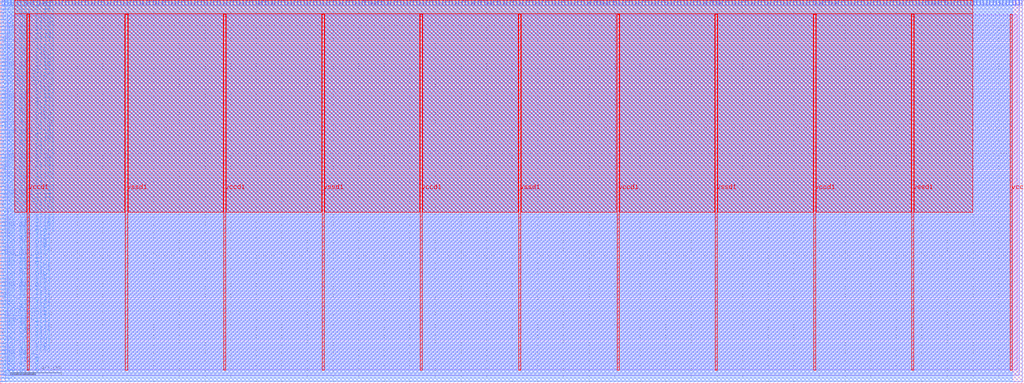
<source format=lef>
VERSION 5.7 ;
  NOWIREEXTENSIONATPIN ON ;
  DIVIDERCHAR "/" ;
  BUSBITCHARS "[]" ;
MACRO mkQF100Fabric
  CLASS BLOCK ;
  FOREIGN mkQF100Fabric ;
  ORIGIN 0.000 0.000 ;
  SIZE 800.000 BY 300.000 ;
  PIN CLK
    DIRECTION INPUT ;
    USE SIGNAL ;
    PORT
      LAYER met3 ;
        RECT 0.000 1.400 4.000 2.000 ;
    END
  END CLK
  PIN RST_N
    DIRECTION INPUT ;
    USE SIGNAL ;
    PORT
      LAYER met3 ;
        RECT 0.000 4.120 4.000 4.720 ;
    END
  END RST_N
  PIN cpu_ack_o
    DIRECTION OUTPUT TRISTATE ;
    USE SIGNAL ;
    PORT
      LAYER met3 ;
        RECT 0.000 6.840 4.000 7.440 ;
    END
  END cpu_ack_o
  PIN cpu_adr_i[0]
    DIRECTION INPUT ;
    USE SIGNAL ;
    PORT
      LAYER met3 ;
        RECT 0.000 23.160 4.000 23.760 ;
    END
  END cpu_adr_i[0]
  PIN cpu_adr_i[10]
    DIRECTION INPUT ;
    USE SIGNAL ;
    PORT
      LAYER met3 ;
        RECT 0.000 117.680 4.000 118.280 ;
    END
  END cpu_adr_i[10]
  PIN cpu_adr_i[11]
    DIRECTION INPUT ;
    USE SIGNAL ;
    PORT
      LAYER met3 ;
        RECT 0.000 125.840 4.000 126.440 ;
    END
  END cpu_adr_i[11]
  PIN cpu_adr_i[12]
    DIRECTION INPUT ;
    USE SIGNAL ;
    PORT
      LAYER met3 ;
        RECT 0.000 134.680 4.000 135.280 ;
    END
  END cpu_adr_i[12]
  PIN cpu_adr_i[13]
    DIRECTION INPUT ;
    USE SIGNAL ;
    PORT
      LAYER met3 ;
        RECT 0.000 142.840 4.000 143.440 ;
    END
  END cpu_adr_i[13]
  PIN cpu_adr_i[14]
    DIRECTION INPUT ;
    USE SIGNAL ;
    PORT
      LAYER met3 ;
        RECT 0.000 151.000 4.000 151.600 ;
    END
  END cpu_adr_i[14]
  PIN cpu_adr_i[15]
    DIRECTION INPUT ;
    USE SIGNAL ;
    PORT
      LAYER met3 ;
        RECT 0.000 159.160 4.000 159.760 ;
    END
  END cpu_adr_i[15]
  PIN cpu_adr_i[16]
    DIRECTION INPUT ;
    USE SIGNAL ;
    PORT
      LAYER met3 ;
        RECT 0.000 168.000 4.000 168.600 ;
    END
  END cpu_adr_i[16]
  PIN cpu_adr_i[17]
    DIRECTION INPUT ;
    USE SIGNAL ;
    PORT
      LAYER met3 ;
        RECT 0.000 176.160 4.000 176.760 ;
    END
  END cpu_adr_i[17]
  PIN cpu_adr_i[18]
    DIRECTION INPUT ;
    USE SIGNAL ;
    PORT
      LAYER met3 ;
        RECT 0.000 184.320 4.000 184.920 ;
    END
  END cpu_adr_i[18]
  PIN cpu_adr_i[19]
    DIRECTION INPUT ;
    USE SIGNAL ;
    PORT
      LAYER met3 ;
        RECT 0.000 192.480 4.000 193.080 ;
    END
  END cpu_adr_i[19]
  PIN cpu_adr_i[1]
    DIRECTION INPUT ;
    USE SIGNAL ;
    PORT
      LAYER met3 ;
        RECT 0.000 34.720 4.000 35.320 ;
    END
  END cpu_adr_i[1]
  PIN cpu_adr_i[20]
    DIRECTION INPUT ;
    USE SIGNAL ;
    PORT
      LAYER met3 ;
        RECT 0.000 201.320 4.000 201.920 ;
    END
  END cpu_adr_i[20]
  PIN cpu_adr_i[21]
    DIRECTION INPUT ;
    USE SIGNAL ;
    PORT
      LAYER met3 ;
        RECT 0.000 209.480 4.000 210.080 ;
    END
  END cpu_adr_i[21]
  PIN cpu_adr_i[22]
    DIRECTION INPUT ;
    USE SIGNAL ;
    PORT
      LAYER met3 ;
        RECT 0.000 217.640 4.000 218.240 ;
    END
  END cpu_adr_i[22]
  PIN cpu_adr_i[23]
    DIRECTION INPUT ;
    USE SIGNAL ;
    PORT
      LAYER met3 ;
        RECT 0.000 225.800 4.000 226.400 ;
    END
  END cpu_adr_i[23]
  PIN cpu_adr_i[24]
    DIRECTION INPUT ;
    USE SIGNAL ;
    PORT
      LAYER met3 ;
        RECT 0.000 234.640 4.000 235.240 ;
    END
  END cpu_adr_i[24]
  PIN cpu_adr_i[25]
    DIRECTION INPUT ;
    USE SIGNAL ;
    PORT
      LAYER met3 ;
        RECT 0.000 242.800 4.000 243.400 ;
    END
  END cpu_adr_i[25]
  PIN cpu_adr_i[26]
    DIRECTION INPUT ;
    USE SIGNAL ;
    PORT
      LAYER met3 ;
        RECT 0.000 250.960 4.000 251.560 ;
    END
  END cpu_adr_i[26]
  PIN cpu_adr_i[27]
    DIRECTION INPUT ;
    USE SIGNAL ;
    PORT
      LAYER met3 ;
        RECT 0.000 259.120 4.000 259.720 ;
    END
  END cpu_adr_i[27]
  PIN cpu_adr_i[28]
    DIRECTION INPUT ;
    USE SIGNAL ;
    PORT
      LAYER met3 ;
        RECT 0.000 267.960 4.000 268.560 ;
    END
  END cpu_adr_i[28]
  PIN cpu_adr_i[29]
    DIRECTION INPUT ;
    USE SIGNAL ;
    PORT
      LAYER met3 ;
        RECT 0.000 276.120 4.000 276.720 ;
    END
  END cpu_adr_i[29]
  PIN cpu_adr_i[2]
    DIRECTION INPUT ;
    USE SIGNAL ;
    PORT
      LAYER met3 ;
        RECT 0.000 45.600 4.000 46.200 ;
    END
  END cpu_adr_i[2]
  PIN cpu_adr_i[30]
    DIRECTION INPUT ;
    USE SIGNAL ;
    PORT
      LAYER met3 ;
        RECT 0.000 284.280 4.000 284.880 ;
    END
  END cpu_adr_i[30]
  PIN cpu_adr_i[31]
    DIRECTION INPUT ;
    USE SIGNAL ;
    PORT
      LAYER met3 ;
        RECT 0.000 292.440 4.000 293.040 ;
    END
  END cpu_adr_i[31]
  PIN cpu_adr_i[3]
    DIRECTION INPUT ;
    USE SIGNAL ;
    PORT
      LAYER met3 ;
        RECT 0.000 56.480 4.000 57.080 ;
    END
  END cpu_adr_i[3]
  PIN cpu_adr_i[4]
    DIRECTION INPUT ;
    USE SIGNAL ;
    PORT
      LAYER met3 ;
        RECT 0.000 68.040 4.000 68.640 ;
    END
  END cpu_adr_i[4]
  PIN cpu_adr_i[5]
    DIRECTION INPUT ;
    USE SIGNAL ;
    PORT
      LAYER met3 ;
        RECT 0.000 76.200 4.000 76.800 ;
    END
  END cpu_adr_i[5]
  PIN cpu_adr_i[6]
    DIRECTION INPUT ;
    USE SIGNAL ;
    PORT
      LAYER met3 ;
        RECT 0.000 84.360 4.000 84.960 ;
    END
  END cpu_adr_i[6]
  PIN cpu_adr_i[7]
    DIRECTION INPUT ;
    USE SIGNAL ;
    PORT
      LAYER met3 ;
        RECT 0.000 92.520 4.000 93.120 ;
    END
  END cpu_adr_i[7]
  PIN cpu_adr_i[8]
    DIRECTION INPUT ;
    USE SIGNAL ;
    PORT
      LAYER met3 ;
        RECT 0.000 101.360 4.000 101.960 ;
    END
  END cpu_adr_i[8]
  PIN cpu_adr_i[9]
    DIRECTION INPUT ;
    USE SIGNAL ;
    PORT
      LAYER met3 ;
        RECT 0.000 109.520 4.000 110.120 ;
    END
  END cpu_adr_i[9]
  PIN cpu_cyc_i
    DIRECTION INPUT ;
    USE SIGNAL ;
    PORT
      LAYER met3 ;
        RECT 0.000 9.560 4.000 10.160 ;
    END
  END cpu_cyc_i
  PIN cpu_dat_i[0]
    DIRECTION INPUT ;
    USE SIGNAL ;
    PORT
      LAYER met3 ;
        RECT 0.000 25.880 4.000 26.480 ;
    END
  END cpu_dat_i[0]
  PIN cpu_dat_i[10]
    DIRECTION INPUT ;
    USE SIGNAL ;
    PORT
      LAYER met3 ;
        RECT 0.000 120.400 4.000 121.000 ;
    END
  END cpu_dat_i[10]
  PIN cpu_dat_i[11]
    DIRECTION INPUT ;
    USE SIGNAL ;
    PORT
      LAYER met3 ;
        RECT 0.000 128.560 4.000 129.160 ;
    END
  END cpu_dat_i[11]
  PIN cpu_dat_i[12]
    DIRECTION INPUT ;
    USE SIGNAL ;
    PORT
      LAYER met3 ;
        RECT 0.000 137.400 4.000 138.000 ;
    END
  END cpu_dat_i[12]
  PIN cpu_dat_i[13]
    DIRECTION INPUT ;
    USE SIGNAL ;
    PORT
      LAYER met3 ;
        RECT 0.000 145.560 4.000 146.160 ;
    END
  END cpu_dat_i[13]
  PIN cpu_dat_i[14]
    DIRECTION INPUT ;
    USE SIGNAL ;
    PORT
      LAYER met3 ;
        RECT 0.000 153.720 4.000 154.320 ;
    END
  END cpu_dat_i[14]
  PIN cpu_dat_i[15]
    DIRECTION INPUT ;
    USE SIGNAL ;
    PORT
      LAYER met3 ;
        RECT 0.000 161.880 4.000 162.480 ;
    END
  END cpu_dat_i[15]
  PIN cpu_dat_i[16]
    DIRECTION INPUT ;
    USE SIGNAL ;
    PORT
      LAYER met3 ;
        RECT 0.000 170.720 4.000 171.320 ;
    END
  END cpu_dat_i[16]
  PIN cpu_dat_i[17]
    DIRECTION INPUT ;
    USE SIGNAL ;
    PORT
      LAYER met3 ;
        RECT 0.000 178.880 4.000 179.480 ;
    END
  END cpu_dat_i[17]
  PIN cpu_dat_i[18]
    DIRECTION INPUT ;
    USE SIGNAL ;
    PORT
      LAYER met3 ;
        RECT 0.000 187.040 4.000 187.640 ;
    END
  END cpu_dat_i[18]
  PIN cpu_dat_i[19]
    DIRECTION INPUT ;
    USE SIGNAL ;
    PORT
      LAYER met3 ;
        RECT 0.000 195.200 4.000 195.800 ;
    END
  END cpu_dat_i[19]
  PIN cpu_dat_i[1]
    DIRECTION INPUT ;
    USE SIGNAL ;
    PORT
      LAYER met3 ;
        RECT 0.000 37.440 4.000 38.040 ;
    END
  END cpu_dat_i[1]
  PIN cpu_dat_i[20]
    DIRECTION INPUT ;
    USE SIGNAL ;
    PORT
      LAYER met3 ;
        RECT 0.000 204.040 4.000 204.640 ;
    END
  END cpu_dat_i[20]
  PIN cpu_dat_i[21]
    DIRECTION INPUT ;
    USE SIGNAL ;
    PORT
      LAYER met3 ;
        RECT 0.000 212.200 4.000 212.800 ;
    END
  END cpu_dat_i[21]
  PIN cpu_dat_i[22]
    DIRECTION INPUT ;
    USE SIGNAL ;
    PORT
      LAYER met3 ;
        RECT 0.000 220.360 4.000 220.960 ;
    END
  END cpu_dat_i[22]
  PIN cpu_dat_i[23]
    DIRECTION INPUT ;
    USE SIGNAL ;
    PORT
      LAYER met3 ;
        RECT 0.000 228.520 4.000 229.120 ;
    END
  END cpu_dat_i[23]
  PIN cpu_dat_i[24]
    DIRECTION INPUT ;
    USE SIGNAL ;
    PORT
      LAYER met3 ;
        RECT 0.000 237.360 4.000 237.960 ;
    END
  END cpu_dat_i[24]
  PIN cpu_dat_i[25]
    DIRECTION INPUT ;
    USE SIGNAL ;
    PORT
      LAYER met3 ;
        RECT 0.000 245.520 4.000 246.120 ;
    END
  END cpu_dat_i[25]
  PIN cpu_dat_i[26]
    DIRECTION INPUT ;
    USE SIGNAL ;
    PORT
      LAYER met3 ;
        RECT 0.000 253.680 4.000 254.280 ;
    END
  END cpu_dat_i[26]
  PIN cpu_dat_i[27]
    DIRECTION INPUT ;
    USE SIGNAL ;
    PORT
      LAYER met3 ;
        RECT 0.000 261.840 4.000 262.440 ;
    END
  END cpu_dat_i[27]
  PIN cpu_dat_i[28]
    DIRECTION INPUT ;
    USE SIGNAL ;
    PORT
      LAYER met3 ;
        RECT 0.000 270.680 4.000 271.280 ;
    END
  END cpu_dat_i[28]
  PIN cpu_dat_i[29]
    DIRECTION INPUT ;
    USE SIGNAL ;
    PORT
      LAYER met3 ;
        RECT 0.000 278.840 4.000 279.440 ;
    END
  END cpu_dat_i[29]
  PIN cpu_dat_i[2]
    DIRECTION INPUT ;
    USE SIGNAL ;
    PORT
      LAYER met3 ;
        RECT 0.000 48.320 4.000 48.920 ;
    END
  END cpu_dat_i[2]
  PIN cpu_dat_i[30]
    DIRECTION INPUT ;
    USE SIGNAL ;
    PORT
      LAYER met3 ;
        RECT 0.000 287.000 4.000 287.600 ;
    END
  END cpu_dat_i[30]
  PIN cpu_dat_i[31]
    DIRECTION INPUT ;
    USE SIGNAL ;
    PORT
      LAYER met3 ;
        RECT 0.000 295.160 4.000 295.760 ;
    END
  END cpu_dat_i[31]
  PIN cpu_dat_i[3]
    DIRECTION INPUT ;
    USE SIGNAL ;
    PORT
      LAYER met3 ;
        RECT 0.000 59.200 4.000 59.800 ;
    END
  END cpu_dat_i[3]
  PIN cpu_dat_i[4]
    DIRECTION INPUT ;
    USE SIGNAL ;
    PORT
      LAYER met3 ;
        RECT 0.000 70.760 4.000 71.360 ;
    END
  END cpu_dat_i[4]
  PIN cpu_dat_i[5]
    DIRECTION INPUT ;
    USE SIGNAL ;
    PORT
      LAYER met3 ;
        RECT 0.000 78.920 4.000 79.520 ;
    END
  END cpu_dat_i[5]
  PIN cpu_dat_i[6]
    DIRECTION INPUT ;
    USE SIGNAL ;
    PORT
      LAYER met3 ;
        RECT 0.000 87.080 4.000 87.680 ;
    END
  END cpu_dat_i[6]
  PIN cpu_dat_i[7]
    DIRECTION INPUT ;
    USE SIGNAL ;
    PORT
      LAYER met3 ;
        RECT 0.000 95.240 4.000 95.840 ;
    END
  END cpu_dat_i[7]
  PIN cpu_dat_i[8]
    DIRECTION INPUT ;
    USE SIGNAL ;
    PORT
      LAYER met3 ;
        RECT 0.000 104.080 4.000 104.680 ;
    END
  END cpu_dat_i[8]
  PIN cpu_dat_i[9]
    DIRECTION INPUT ;
    USE SIGNAL ;
    PORT
      LAYER met3 ;
        RECT 0.000 112.240 4.000 112.840 ;
    END
  END cpu_dat_i[9]
  PIN cpu_dat_o[0]
    DIRECTION OUTPUT TRISTATE ;
    USE SIGNAL ;
    PORT
      LAYER met3 ;
        RECT 0.000 28.600 4.000 29.200 ;
    END
  END cpu_dat_o[0]
  PIN cpu_dat_o[10]
    DIRECTION OUTPUT TRISTATE ;
    USE SIGNAL ;
    PORT
      LAYER met3 ;
        RECT 0.000 123.120 4.000 123.720 ;
    END
  END cpu_dat_o[10]
  PIN cpu_dat_o[11]
    DIRECTION OUTPUT TRISTATE ;
    USE SIGNAL ;
    PORT
      LAYER met3 ;
        RECT 0.000 131.280 4.000 131.880 ;
    END
  END cpu_dat_o[11]
  PIN cpu_dat_o[12]
    DIRECTION OUTPUT TRISTATE ;
    USE SIGNAL ;
    PORT
      LAYER met3 ;
        RECT 0.000 140.120 4.000 140.720 ;
    END
  END cpu_dat_o[12]
  PIN cpu_dat_o[13]
    DIRECTION OUTPUT TRISTATE ;
    USE SIGNAL ;
    PORT
      LAYER met3 ;
        RECT 0.000 148.280 4.000 148.880 ;
    END
  END cpu_dat_o[13]
  PIN cpu_dat_o[14]
    DIRECTION OUTPUT TRISTATE ;
    USE SIGNAL ;
    PORT
      LAYER met3 ;
        RECT 0.000 156.440 4.000 157.040 ;
    END
  END cpu_dat_o[14]
  PIN cpu_dat_o[15]
    DIRECTION OUTPUT TRISTATE ;
    USE SIGNAL ;
    PORT
      LAYER met3 ;
        RECT 0.000 164.600 4.000 165.200 ;
    END
  END cpu_dat_o[15]
  PIN cpu_dat_o[16]
    DIRECTION OUTPUT TRISTATE ;
    USE SIGNAL ;
    PORT
      LAYER met3 ;
        RECT 0.000 173.440 4.000 174.040 ;
    END
  END cpu_dat_o[16]
  PIN cpu_dat_o[17]
    DIRECTION OUTPUT TRISTATE ;
    USE SIGNAL ;
    PORT
      LAYER met3 ;
        RECT 0.000 181.600 4.000 182.200 ;
    END
  END cpu_dat_o[17]
  PIN cpu_dat_o[18]
    DIRECTION OUTPUT TRISTATE ;
    USE SIGNAL ;
    PORT
      LAYER met3 ;
        RECT 0.000 189.760 4.000 190.360 ;
    END
  END cpu_dat_o[18]
  PIN cpu_dat_o[19]
    DIRECTION OUTPUT TRISTATE ;
    USE SIGNAL ;
    PORT
      LAYER met3 ;
        RECT 0.000 197.920 4.000 198.520 ;
    END
  END cpu_dat_o[19]
  PIN cpu_dat_o[1]
    DIRECTION OUTPUT TRISTATE ;
    USE SIGNAL ;
    PORT
      LAYER met3 ;
        RECT 0.000 40.160 4.000 40.760 ;
    END
  END cpu_dat_o[1]
  PIN cpu_dat_o[20]
    DIRECTION OUTPUT TRISTATE ;
    USE SIGNAL ;
    PORT
      LAYER met3 ;
        RECT 0.000 206.760 4.000 207.360 ;
    END
  END cpu_dat_o[20]
  PIN cpu_dat_o[21]
    DIRECTION OUTPUT TRISTATE ;
    USE SIGNAL ;
    PORT
      LAYER met3 ;
        RECT 0.000 214.920 4.000 215.520 ;
    END
  END cpu_dat_o[21]
  PIN cpu_dat_o[22]
    DIRECTION OUTPUT TRISTATE ;
    USE SIGNAL ;
    PORT
      LAYER met3 ;
        RECT 0.000 223.080 4.000 223.680 ;
    END
  END cpu_dat_o[22]
  PIN cpu_dat_o[23]
    DIRECTION OUTPUT TRISTATE ;
    USE SIGNAL ;
    PORT
      LAYER met3 ;
        RECT 0.000 231.240 4.000 231.840 ;
    END
  END cpu_dat_o[23]
  PIN cpu_dat_o[24]
    DIRECTION OUTPUT TRISTATE ;
    USE SIGNAL ;
    PORT
      LAYER met3 ;
        RECT 0.000 240.080 4.000 240.680 ;
    END
  END cpu_dat_o[24]
  PIN cpu_dat_o[25]
    DIRECTION OUTPUT TRISTATE ;
    USE SIGNAL ;
    PORT
      LAYER met3 ;
        RECT 0.000 248.240 4.000 248.840 ;
    END
  END cpu_dat_o[25]
  PIN cpu_dat_o[26]
    DIRECTION OUTPUT TRISTATE ;
    USE SIGNAL ;
    PORT
      LAYER met3 ;
        RECT 0.000 256.400 4.000 257.000 ;
    END
  END cpu_dat_o[26]
  PIN cpu_dat_o[27]
    DIRECTION OUTPUT TRISTATE ;
    USE SIGNAL ;
    PORT
      LAYER met3 ;
        RECT 0.000 264.560 4.000 265.160 ;
    END
  END cpu_dat_o[27]
  PIN cpu_dat_o[28]
    DIRECTION OUTPUT TRISTATE ;
    USE SIGNAL ;
    PORT
      LAYER met3 ;
        RECT 0.000 273.400 4.000 274.000 ;
    END
  END cpu_dat_o[28]
  PIN cpu_dat_o[29]
    DIRECTION OUTPUT TRISTATE ;
    USE SIGNAL ;
    PORT
      LAYER met3 ;
        RECT 0.000 281.560 4.000 282.160 ;
    END
  END cpu_dat_o[29]
  PIN cpu_dat_o[2]
    DIRECTION OUTPUT TRISTATE ;
    USE SIGNAL ;
    PORT
      LAYER met3 ;
        RECT 0.000 51.040 4.000 51.640 ;
    END
  END cpu_dat_o[2]
  PIN cpu_dat_o[30]
    DIRECTION OUTPUT TRISTATE ;
    USE SIGNAL ;
    PORT
      LAYER met3 ;
        RECT 0.000 289.720 4.000 290.320 ;
    END
  END cpu_dat_o[30]
  PIN cpu_dat_o[31]
    DIRECTION OUTPUT TRISTATE ;
    USE SIGNAL ;
    PORT
      LAYER met3 ;
        RECT 0.000 297.880 4.000 298.480 ;
    END
  END cpu_dat_o[31]
  PIN cpu_dat_o[3]
    DIRECTION OUTPUT TRISTATE ;
    USE SIGNAL ;
    PORT
      LAYER met3 ;
        RECT 0.000 61.920 4.000 62.520 ;
    END
  END cpu_dat_o[3]
  PIN cpu_dat_o[4]
    DIRECTION OUTPUT TRISTATE ;
    USE SIGNAL ;
    PORT
      LAYER met3 ;
        RECT 0.000 73.480 4.000 74.080 ;
    END
  END cpu_dat_o[4]
  PIN cpu_dat_o[5]
    DIRECTION OUTPUT TRISTATE ;
    USE SIGNAL ;
    PORT
      LAYER met3 ;
        RECT 0.000 81.640 4.000 82.240 ;
    END
  END cpu_dat_o[5]
  PIN cpu_dat_o[6]
    DIRECTION OUTPUT TRISTATE ;
    USE SIGNAL ;
    PORT
      LAYER met3 ;
        RECT 0.000 89.800 4.000 90.400 ;
    END
  END cpu_dat_o[6]
  PIN cpu_dat_o[7]
    DIRECTION OUTPUT TRISTATE ;
    USE SIGNAL ;
    PORT
      LAYER met3 ;
        RECT 0.000 97.960 4.000 98.560 ;
    END
  END cpu_dat_o[7]
  PIN cpu_dat_o[8]
    DIRECTION OUTPUT TRISTATE ;
    USE SIGNAL ;
    PORT
      LAYER met3 ;
        RECT 0.000 106.800 4.000 107.400 ;
    END
  END cpu_dat_o[8]
  PIN cpu_dat_o[9]
    DIRECTION OUTPUT TRISTATE ;
    USE SIGNAL ;
    PORT
      LAYER met3 ;
        RECT 0.000 114.960 4.000 115.560 ;
    END
  END cpu_dat_o[9]
  PIN cpu_err_o
    DIRECTION OUTPUT TRISTATE ;
    USE SIGNAL ;
    PORT
      LAYER met3 ;
        RECT 0.000 12.280 4.000 12.880 ;
    END
  END cpu_err_o
  PIN cpu_rty_o
    DIRECTION OUTPUT TRISTATE ;
    USE SIGNAL ;
    PORT
      LAYER met3 ;
        RECT 0.000 15.000 4.000 15.600 ;
    END
  END cpu_rty_o
  PIN cpu_sel_i[0]
    DIRECTION INPUT ;
    USE SIGNAL ;
    PORT
      LAYER met3 ;
        RECT 0.000 31.320 4.000 31.920 ;
    END
  END cpu_sel_i[0]
  PIN cpu_sel_i[1]
    DIRECTION INPUT ;
    USE SIGNAL ;
    PORT
      LAYER met3 ;
        RECT 0.000 42.880 4.000 43.480 ;
    END
  END cpu_sel_i[1]
  PIN cpu_sel_i[2]
    DIRECTION INPUT ;
    USE SIGNAL ;
    PORT
      LAYER met3 ;
        RECT 0.000 53.760 4.000 54.360 ;
    END
  END cpu_sel_i[2]
  PIN cpu_sel_i[3]
    DIRECTION INPUT ;
    USE SIGNAL ;
    PORT
      LAYER met3 ;
        RECT 0.000 64.640 4.000 65.240 ;
    END
  END cpu_sel_i[3]
  PIN cpu_stb_i
    DIRECTION INPUT ;
    USE SIGNAL ;
    PORT
      LAYER met3 ;
        RECT 0.000 17.720 4.000 18.320 ;
    END
  END cpu_stb_i
  PIN cpu_we_i
    DIRECTION INPUT ;
    USE SIGNAL ;
    PORT
      LAYER met3 ;
        RECT 0.000 20.440 4.000 21.040 ;
    END
  END cpu_we_i
  PIN gpio_ack_i
    DIRECTION INPUT ;
    USE SIGNAL ;
    PORT
      LAYER met2 ;
        RECT 267.350 296.000 267.630 300.000 ;
    END
  END gpio_ack_i
  PIN gpio_adr_o[0]
    DIRECTION OUTPUT TRISTATE ;
    USE SIGNAL ;
    PORT
      LAYER met2 ;
        RECT 282.530 296.000 282.810 300.000 ;
    END
  END gpio_adr_o[0]
  PIN gpio_adr_o[10]
    DIRECTION OUTPUT TRISTATE ;
    USE SIGNAL ;
    PORT
      LAYER met2 ;
        RECT 368.090 296.000 368.370 300.000 ;
    END
  END gpio_adr_o[10]
  PIN gpio_adr_o[11]
    DIRECTION OUTPUT TRISTATE ;
    USE SIGNAL ;
    PORT
      LAYER met2 ;
        RECT 375.450 296.000 375.730 300.000 ;
    END
  END gpio_adr_o[11]
  PIN gpio_adr_o[12]
    DIRECTION OUTPUT TRISTATE ;
    USE SIGNAL ;
    PORT
      LAYER met2 ;
        RECT 383.270 296.000 383.550 300.000 ;
    END
  END gpio_adr_o[12]
  PIN gpio_adr_o[13]
    DIRECTION OUTPUT TRISTATE ;
    USE SIGNAL ;
    PORT
      LAYER met2 ;
        RECT 390.630 296.000 390.910 300.000 ;
    END
  END gpio_adr_o[13]
  PIN gpio_adr_o[14]
    DIRECTION OUTPUT TRISTATE ;
    USE SIGNAL ;
    PORT
      LAYER met2 ;
        RECT 398.450 296.000 398.730 300.000 ;
    END
  END gpio_adr_o[14]
  PIN gpio_adr_o[15]
    DIRECTION OUTPUT TRISTATE ;
    USE SIGNAL ;
    PORT
      LAYER met2 ;
        RECT 405.810 296.000 406.090 300.000 ;
    END
  END gpio_adr_o[15]
  PIN gpio_adr_o[16]
    DIRECTION OUTPUT TRISTATE ;
    USE SIGNAL ;
    PORT
      LAYER met2 ;
        RECT 413.170 296.000 413.450 300.000 ;
    END
  END gpio_adr_o[16]
  PIN gpio_adr_o[17]
    DIRECTION OUTPUT TRISTATE ;
    USE SIGNAL ;
    PORT
      LAYER met2 ;
        RECT 420.990 296.000 421.270 300.000 ;
    END
  END gpio_adr_o[17]
  PIN gpio_adr_o[18]
    DIRECTION OUTPUT TRISTATE ;
    USE SIGNAL ;
    PORT
      LAYER met2 ;
        RECT 428.350 296.000 428.630 300.000 ;
    END
  END gpio_adr_o[18]
  PIN gpio_adr_o[19]
    DIRECTION OUTPUT TRISTATE ;
    USE SIGNAL ;
    PORT
      LAYER met2 ;
        RECT 436.170 296.000 436.450 300.000 ;
    END
  END gpio_adr_o[19]
  PIN gpio_adr_o[1]
    DIRECTION OUTPUT TRISTATE ;
    USE SIGNAL ;
    PORT
      LAYER met2 ;
        RECT 292.650 296.000 292.930 300.000 ;
    END
  END gpio_adr_o[1]
  PIN gpio_adr_o[20]
    DIRECTION OUTPUT TRISTATE ;
    USE SIGNAL ;
    PORT
      LAYER met2 ;
        RECT 443.530 296.000 443.810 300.000 ;
    END
  END gpio_adr_o[20]
  PIN gpio_adr_o[21]
    DIRECTION OUTPUT TRISTATE ;
    USE SIGNAL ;
    PORT
      LAYER met2 ;
        RECT 450.890 296.000 451.170 300.000 ;
    END
  END gpio_adr_o[21]
  PIN gpio_adr_o[22]
    DIRECTION OUTPUT TRISTATE ;
    USE SIGNAL ;
    PORT
      LAYER met2 ;
        RECT 458.710 296.000 458.990 300.000 ;
    END
  END gpio_adr_o[22]
  PIN gpio_adr_o[23]
    DIRECTION OUTPUT TRISTATE ;
    USE SIGNAL ;
    PORT
      LAYER met2 ;
        RECT 466.070 296.000 466.350 300.000 ;
    END
  END gpio_adr_o[23]
  PIN gpio_adr_o[24]
    DIRECTION OUTPUT TRISTATE ;
    USE SIGNAL ;
    PORT
      LAYER met2 ;
        RECT 473.890 296.000 474.170 300.000 ;
    END
  END gpio_adr_o[24]
  PIN gpio_adr_o[25]
    DIRECTION OUTPUT TRISTATE ;
    USE SIGNAL ;
    PORT
      LAYER met2 ;
        RECT 481.250 296.000 481.530 300.000 ;
    END
  END gpio_adr_o[25]
  PIN gpio_adr_o[26]
    DIRECTION OUTPUT TRISTATE ;
    USE SIGNAL ;
    PORT
      LAYER met2 ;
        RECT 488.610 296.000 488.890 300.000 ;
    END
  END gpio_adr_o[26]
  PIN gpio_adr_o[27]
    DIRECTION OUTPUT TRISTATE ;
    USE SIGNAL ;
    PORT
      LAYER met2 ;
        RECT 496.430 296.000 496.710 300.000 ;
    END
  END gpio_adr_o[27]
  PIN gpio_adr_o[28]
    DIRECTION OUTPUT TRISTATE ;
    USE SIGNAL ;
    PORT
      LAYER met2 ;
        RECT 503.790 296.000 504.070 300.000 ;
    END
  END gpio_adr_o[28]
  PIN gpio_adr_o[29]
    DIRECTION OUTPUT TRISTATE ;
    USE SIGNAL ;
    PORT
      LAYER met2 ;
        RECT 511.610 296.000 511.890 300.000 ;
    END
  END gpio_adr_o[29]
  PIN gpio_adr_o[2]
    DIRECTION OUTPUT TRISTATE ;
    USE SIGNAL ;
    PORT
      LAYER met2 ;
        RECT 302.770 296.000 303.050 300.000 ;
    END
  END gpio_adr_o[2]
  PIN gpio_adr_o[30]
    DIRECTION OUTPUT TRISTATE ;
    USE SIGNAL ;
    PORT
      LAYER met2 ;
        RECT 518.970 296.000 519.250 300.000 ;
    END
  END gpio_adr_o[30]
  PIN gpio_adr_o[31]
    DIRECTION OUTPUT TRISTATE ;
    USE SIGNAL ;
    PORT
      LAYER met2 ;
        RECT 526.330 296.000 526.610 300.000 ;
    END
  END gpio_adr_o[31]
  PIN gpio_adr_o[3]
    DIRECTION OUTPUT TRISTATE ;
    USE SIGNAL ;
    PORT
      LAYER met2 ;
        RECT 312.890 296.000 313.170 300.000 ;
    END
  END gpio_adr_o[3]
  PIN gpio_adr_o[4]
    DIRECTION OUTPUT TRISTATE ;
    USE SIGNAL ;
    PORT
      LAYER met2 ;
        RECT 322.550 296.000 322.830 300.000 ;
    END
  END gpio_adr_o[4]
  PIN gpio_adr_o[5]
    DIRECTION OUTPUT TRISTATE ;
    USE SIGNAL ;
    PORT
      LAYER met2 ;
        RECT 330.370 296.000 330.650 300.000 ;
    END
  END gpio_adr_o[5]
  PIN gpio_adr_o[6]
    DIRECTION OUTPUT TRISTATE ;
    USE SIGNAL ;
    PORT
      LAYER met2 ;
        RECT 337.730 296.000 338.010 300.000 ;
    END
  END gpio_adr_o[6]
  PIN gpio_adr_o[7]
    DIRECTION OUTPUT TRISTATE ;
    USE SIGNAL ;
    PORT
      LAYER met2 ;
        RECT 345.550 296.000 345.830 300.000 ;
    END
  END gpio_adr_o[7]
  PIN gpio_adr_o[8]
    DIRECTION OUTPUT TRISTATE ;
    USE SIGNAL ;
    PORT
      LAYER met2 ;
        RECT 352.910 296.000 353.190 300.000 ;
    END
  END gpio_adr_o[8]
  PIN gpio_adr_o[9]
    DIRECTION OUTPUT TRISTATE ;
    USE SIGNAL ;
    PORT
      LAYER met2 ;
        RECT 360.730 296.000 361.010 300.000 ;
    END
  END gpio_adr_o[9]
  PIN gpio_cyc_o
    DIRECTION OUTPUT TRISTATE ;
    USE SIGNAL ;
    PORT
      LAYER met2 ;
        RECT 270.110 296.000 270.390 300.000 ;
    END
  END gpio_cyc_o
  PIN gpio_dat_i[0]
    DIRECTION INPUT ;
    USE SIGNAL ;
    PORT
      LAYER met2 ;
        RECT 284.830 296.000 285.110 300.000 ;
    END
  END gpio_dat_i[0]
  PIN gpio_dat_i[10]
    DIRECTION INPUT ;
    USE SIGNAL ;
    PORT
      LAYER met2 ;
        RECT 370.390 296.000 370.670 300.000 ;
    END
  END gpio_dat_i[10]
  PIN gpio_dat_i[11]
    DIRECTION INPUT ;
    USE SIGNAL ;
    PORT
      LAYER met2 ;
        RECT 378.210 296.000 378.490 300.000 ;
    END
  END gpio_dat_i[11]
  PIN gpio_dat_i[12]
    DIRECTION INPUT ;
    USE SIGNAL ;
    PORT
      LAYER met2 ;
        RECT 385.570 296.000 385.850 300.000 ;
    END
  END gpio_dat_i[12]
  PIN gpio_dat_i[13]
    DIRECTION INPUT ;
    USE SIGNAL ;
    PORT
      LAYER met2 ;
        RECT 393.390 296.000 393.670 300.000 ;
    END
  END gpio_dat_i[13]
  PIN gpio_dat_i[14]
    DIRECTION INPUT ;
    USE SIGNAL ;
    PORT
      LAYER met2 ;
        RECT 400.750 296.000 401.030 300.000 ;
    END
  END gpio_dat_i[14]
  PIN gpio_dat_i[15]
    DIRECTION INPUT ;
    USE SIGNAL ;
    PORT
      LAYER met2 ;
        RECT 408.110 296.000 408.390 300.000 ;
    END
  END gpio_dat_i[15]
  PIN gpio_dat_i[16]
    DIRECTION INPUT ;
    USE SIGNAL ;
    PORT
      LAYER met2 ;
        RECT 415.930 296.000 416.210 300.000 ;
    END
  END gpio_dat_i[16]
  PIN gpio_dat_i[17]
    DIRECTION INPUT ;
    USE SIGNAL ;
    PORT
      LAYER met2 ;
        RECT 423.290 296.000 423.570 300.000 ;
    END
  END gpio_dat_i[17]
  PIN gpio_dat_i[18]
    DIRECTION INPUT ;
    USE SIGNAL ;
    PORT
      LAYER met2 ;
        RECT 431.110 296.000 431.390 300.000 ;
    END
  END gpio_dat_i[18]
  PIN gpio_dat_i[19]
    DIRECTION INPUT ;
    USE SIGNAL ;
    PORT
      LAYER met2 ;
        RECT 438.470 296.000 438.750 300.000 ;
    END
  END gpio_dat_i[19]
  PIN gpio_dat_i[1]
    DIRECTION INPUT ;
    USE SIGNAL ;
    PORT
      LAYER met2 ;
        RECT 294.950 296.000 295.230 300.000 ;
    END
  END gpio_dat_i[1]
  PIN gpio_dat_i[20]
    DIRECTION INPUT ;
    USE SIGNAL ;
    PORT
      LAYER met2 ;
        RECT 445.830 296.000 446.110 300.000 ;
    END
  END gpio_dat_i[20]
  PIN gpio_dat_i[21]
    DIRECTION INPUT ;
    USE SIGNAL ;
    PORT
      LAYER met2 ;
        RECT 453.650 296.000 453.930 300.000 ;
    END
  END gpio_dat_i[21]
  PIN gpio_dat_i[22]
    DIRECTION INPUT ;
    USE SIGNAL ;
    PORT
      LAYER met2 ;
        RECT 461.010 296.000 461.290 300.000 ;
    END
  END gpio_dat_i[22]
  PIN gpio_dat_i[23]
    DIRECTION INPUT ;
    USE SIGNAL ;
    PORT
      LAYER met2 ;
        RECT 468.830 296.000 469.110 300.000 ;
    END
  END gpio_dat_i[23]
  PIN gpio_dat_i[24]
    DIRECTION INPUT ;
    USE SIGNAL ;
    PORT
      LAYER met2 ;
        RECT 476.190 296.000 476.470 300.000 ;
    END
  END gpio_dat_i[24]
  PIN gpio_dat_i[25]
    DIRECTION INPUT ;
    USE SIGNAL ;
    PORT
      LAYER met2 ;
        RECT 483.550 296.000 483.830 300.000 ;
    END
  END gpio_dat_i[25]
  PIN gpio_dat_i[26]
    DIRECTION INPUT ;
    USE SIGNAL ;
    PORT
      LAYER met2 ;
        RECT 491.370 296.000 491.650 300.000 ;
    END
  END gpio_dat_i[26]
  PIN gpio_dat_i[27]
    DIRECTION INPUT ;
    USE SIGNAL ;
    PORT
      LAYER met2 ;
        RECT 498.730 296.000 499.010 300.000 ;
    END
  END gpio_dat_i[27]
  PIN gpio_dat_i[28]
    DIRECTION INPUT ;
    USE SIGNAL ;
    PORT
      LAYER met2 ;
        RECT 506.550 296.000 506.830 300.000 ;
    END
  END gpio_dat_i[28]
  PIN gpio_dat_i[29]
    DIRECTION INPUT ;
    USE SIGNAL ;
    PORT
      LAYER met2 ;
        RECT 513.910 296.000 514.190 300.000 ;
    END
  END gpio_dat_i[29]
  PIN gpio_dat_i[2]
    DIRECTION INPUT ;
    USE SIGNAL ;
    PORT
      LAYER met2 ;
        RECT 305.070 296.000 305.350 300.000 ;
    END
  END gpio_dat_i[2]
  PIN gpio_dat_i[30]
    DIRECTION INPUT ;
    USE SIGNAL ;
    PORT
      LAYER met2 ;
        RECT 521.270 296.000 521.550 300.000 ;
    END
  END gpio_dat_i[30]
  PIN gpio_dat_i[31]
    DIRECTION INPUT ;
    USE SIGNAL ;
    PORT
      LAYER met2 ;
        RECT 529.090 296.000 529.370 300.000 ;
    END
  END gpio_dat_i[31]
  PIN gpio_dat_i[3]
    DIRECTION INPUT ;
    USE SIGNAL ;
    PORT
      LAYER met2 ;
        RECT 315.190 296.000 315.470 300.000 ;
    END
  END gpio_dat_i[3]
  PIN gpio_dat_i[4]
    DIRECTION INPUT ;
    USE SIGNAL ;
    PORT
      LAYER met2 ;
        RECT 325.310 296.000 325.590 300.000 ;
    END
  END gpio_dat_i[4]
  PIN gpio_dat_i[5]
    DIRECTION INPUT ;
    USE SIGNAL ;
    PORT
      LAYER met2 ;
        RECT 332.670 296.000 332.950 300.000 ;
    END
  END gpio_dat_i[5]
  PIN gpio_dat_i[6]
    DIRECTION INPUT ;
    USE SIGNAL ;
    PORT
      LAYER met2 ;
        RECT 340.490 296.000 340.770 300.000 ;
    END
  END gpio_dat_i[6]
  PIN gpio_dat_i[7]
    DIRECTION INPUT ;
    USE SIGNAL ;
    PORT
      LAYER met2 ;
        RECT 347.850 296.000 348.130 300.000 ;
    END
  END gpio_dat_i[7]
  PIN gpio_dat_i[8]
    DIRECTION INPUT ;
    USE SIGNAL ;
    PORT
      LAYER met2 ;
        RECT 355.670 296.000 355.950 300.000 ;
    END
  END gpio_dat_i[8]
  PIN gpio_dat_i[9]
    DIRECTION INPUT ;
    USE SIGNAL ;
    PORT
      LAYER met2 ;
        RECT 363.030 296.000 363.310 300.000 ;
    END
  END gpio_dat_i[9]
  PIN gpio_dat_o[0]
    DIRECTION OUTPUT TRISTATE ;
    USE SIGNAL ;
    PORT
      LAYER met2 ;
        RECT 287.590 296.000 287.870 300.000 ;
    END
  END gpio_dat_o[0]
  PIN gpio_dat_o[10]
    DIRECTION OUTPUT TRISTATE ;
    USE SIGNAL ;
    PORT
      LAYER met2 ;
        RECT 373.150 296.000 373.430 300.000 ;
    END
  END gpio_dat_o[10]
  PIN gpio_dat_o[11]
    DIRECTION OUTPUT TRISTATE ;
    USE SIGNAL ;
    PORT
      LAYER met2 ;
        RECT 380.510 296.000 380.790 300.000 ;
    END
  END gpio_dat_o[11]
  PIN gpio_dat_o[12]
    DIRECTION OUTPUT TRISTATE ;
    USE SIGNAL ;
    PORT
      LAYER met2 ;
        RECT 388.330 296.000 388.610 300.000 ;
    END
  END gpio_dat_o[12]
  PIN gpio_dat_o[13]
    DIRECTION OUTPUT TRISTATE ;
    USE SIGNAL ;
    PORT
      LAYER met2 ;
        RECT 395.690 296.000 395.970 300.000 ;
    END
  END gpio_dat_o[13]
  PIN gpio_dat_o[14]
    DIRECTION OUTPUT TRISTATE ;
    USE SIGNAL ;
    PORT
      LAYER met2 ;
        RECT 403.050 296.000 403.330 300.000 ;
    END
  END gpio_dat_o[14]
  PIN gpio_dat_o[15]
    DIRECTION OUTPUT TRISTATE ;
    USE SIGNAL ;
    PORT
      LAYER met2 ;
        RECT 410.870 296.000 411.150 300.000 ;
    END
  END gpio_dat_o[15]
  PIN gpio_dat_o[16]
    DIRECTION OUTPUT TRISTATE ;
    USE SIGNAL ;
    PORT
      LAYER met2 ;
        RECT 418.230 296.000 418.510 300.000 ;
    END
  END gpio_dat_o[16]
  PIN gpio_dat_o[17]
    DIRECTION OUTPUT TRISTATE ;
    USE SIGNAL ;
    PORT
      LAYER met2 ;
        RECT 426.050 296.000 426.330 300.000 ;
    END
  END gpio_dat_o[17]
  PIN gpio_dat_o[18]
    DIRECTION OUTPUT TRISTATE ;
    USE SIGNAL ;
    PORT
      LAYER met2 ;
        RECT 433.410 296.000 433.690 300.000 ;
    END
  END gpio_dat_o[18]
  PIN gpio_dat_o[19]
    DIRECTION OUTPUT TRISTATE ;
    USE SIGNAL ;
    PORT
      LAYER met2 ;
        RECT 440.770 296.000 441.050 300.000 ;
    END
  END gpio_dat_o[19]
  PIN gpio_dat_o[1]
    DIRECTION OUTPUT TRISTATE ;
    USE SIGNAL ;
    PORT
      LAYER met2 ;
        RECT 297.710 296.000 297.990 300.000 ;
    END
  END gpio_dat_o[1]
  PIN gpio_dat_o[20]
    DIRECTION OUTPUT TRISTATE ;
    USE SIGNAL ;
    PORT
      LAYER met2 ;
        RECT 448.590 296.000 448.870 300.000 ;
    END
  END gpio_dat_o[20]
  PIN gpio_dat_o[21]
    DIRECTION OUTPUT TRISTATE ;
    USE SIGNAL ;
    PORT
      LAYER met2 ;
        RECT 455.950 296.000 456.230 300.000 ;
    END
  END gpio_dat_o[21]
  PIN gpio_dat_o[22]
    DIRECTION OUTPUT TRISTATE ;
    USE SIGNAL ;
    PORT
      LAYER met2 ;
        RECT 463.770 296.000 464.050 300.000 ;
    END
  END gpio_dat_o[22]
  PIN gpio_dat_o[23]
    DIRECTION OUTPUT TRISTATE ;
    USE SIGNAL ;
    PORT
      LAYER met2 ;
        RECT 471.130 296.000 471.410 300.000 ;
    END
  END gpio_dat_o[23]
  PIN gpio_dat_o[24]
    DIRECTION OUTPUT TRISTATE ;
    USE SIGNAL ;
    PORT
      LAYER met2 ;
        RECT 478.950 296.000 479.230 300.000 ;
    END
  END gpio_dat_o[24]
  PIN gpio_dat_o[25]
    DIRECTION OUTPUT TRISTATE ;
    USE SIGNAL ;
    PORT
      LAYER met2 ;
        RECT 486.310 296.000 486.590 300.000 ;
    END
  END gpio_dat_o[25]
  PIN gpio_dat_o[26]
    DIRECTION OUTPUT TRISTATE ;
    USE SIGNAL ;
    PORT
      LAYER met2 ;
        RECT 493.670 296.000 493.950 300.000 ;
    END
  END gpio_dat_o[26]
  PIN gpio_dat_o[27]
    DIRECTION OUTPUT TRISTATE ;
    USE SIGNAL ;
    PORT
      LAYER met2 ;
        RECT 501.490 296.000 501.770 300.000 ;
    END
  END gpio_dat_o[27]
  PIN gpio_dat_o[28]
    DIRECTION OUTPUT TRISTATE ;
    USE SIGNAL ;
    PORT
      LAYER met2 ;
        RECT 508.850 296.000 509.130 300.000 ;
    END
  END gpio_dat_o[28]
  PIN gpio_dat_o[29]
    DIRECTION OUTPUT TRISTATE ;
    USE SIGNAL ;
    PORT
      LAYER met2 ;
        RECT 516.670 296.000 516.950 300.000 ;
    END
  END gpio_dat_o[29]
  PIN gpio_dat_o[2]
    DIRECTION OUTPUT TRISTATE ;
    USE SIGNAL ;
    PORT
      LAYER met2 ;
        RECT 307.830 296.000 308.110 300.000 ;
    END
  END gpio_dat_o[2]
  PIN gpio_dat_o[30]
    DIRECTION OUTPUT TRISTATE ;
    USE SIGNAL ;
    PORT
      LAYER met2 ;
        RECT 524.030 296.000 524.310 300.000 ;
    END
  END gpio_dat_o[30]
  PIN gpio_dat_o[31]
    DIRECTION OUTPUT TRISTATE ;
    USE SIGNAL ;
    PORT
      LAYER met2 ;
        RECT 531.390 296.000 531.670 300.000 ;
    END
  END gpio_dat_o[31]
  PIN gpio_dat_o[3]
    DIRECTION OUTPUT TRISTATE ;
    USE SIGNAL ;
    PORT
      LAYER met2 ;
        RECT 317.950 296.000 318.230 300.000 ;
    END
  END gpio_dat_o[3]
  PIN gpio_dat_o[4]
    DIRECTION OUTPUT TRISTATE ;
    USE SIGNAL ;
    PORT
      LAYER met2 ;
        RECT 327.610 296.000 327.890 300.000 ;
    END
  END gpio_dat_o[4]
  PIN gpio_dat_o[5]
    DIRECTION OUTPUT TRISTATE ;
    USE SIGNAL ;
    PORT
      LAYER met2 ;
        RECT 335.430 296.000 335.710 300.000 ;
    END
  END gpio_dat_o[5]
  PIN gpio_dat_o[6]
    DIRECTION OUTPUT TRISTATE ;
    USE SIGNAL ;
    PORT
      LAYER met2 ;
        RECT 342.790 296.000 343.070 300.000 ;
    END
  END gpio_dat_o[6]
  PIN gpio_dat_o[7]
    DIRECTION OUTPUT TRISTATE ;
    USE SIGNAL ;
    PORT
      LAYER met2 ;
        RECT 350.610 296.000 350.890 300.000 ;
    END
  END gpio_dat_o[7]
  PIN gpio_dat_o[8]
    DIRECTION OUTPUT TRISTATE ;
    USE SIGNAL ;
    PORT
      LAYER met2 ;
        RECT 357.970 296.000 358.250 300.000 ;
    END
  END gpio_dat_o[8]
  PIN gpio_dat_o[9]
    DIRECTION OUTPUT TRISTATE ;
    USE SIGNAL ;
    PORT
      LAYER met2 ;
        RECT 365.330 296.000 365.610 300.000 ;
    END
  END gpio_dat_o[9]
  PIN gpio_err_i
    DIRECTION INPUT ;
    USE SIGNAL ;
    PORT
      LAYER met2 ;
        RECT 272.410 296.000 272.690 300.000 ;
    END
  END gpio_err_i
  PIN gpio_rty_i
    DIRECTION INPUT ;
    USE SIGNAL ;
    PORT
      LAYER met2 ;
        RECT 275.170 296.000 275.450 300.000 ;
    END
  END gpio_rty_i
  PIN gpio_sel_o[0]
    DIRECTION OUTPUT TRISTATE ;
    USE SIGNAL ;
    PORT
      LAYER met2 ;
        RECT 289.890 296.000 290.170 300.000 ;
    END
  END gpio_sel_o[0]
  PIN gpio_sel_o[1]
    DIRECTION OUTPUT TRISTATE ;
    USE SIGNAL ;
    PORT
      LAYER met2 ;
        RECT 300.010 296.000 300.290 300.000 ;
    END
  END gpio_sel_o[1]
  PIN gpio_sel_o[2]
    DIRECTION OUTPUT TRISTATE ;
    USE SIGNAL ;
    PORT
      LAYER met2 ;
        RECT 310.130 296.000 310.410 300.000 ;
    END
  END gpio_sel_o[2]
  PIN gpio_sel_o[3]
    DIRECTION OUTPUT TRISTATE ;
    USE SIGNAL ;
    PORT
      LAYER met2 ;
        RECT 320.250 296.000 320.530 300.000 ;
    END
  END gpio_sel_o[3]
  PIN gpio_stb_o
    DIRECTION OUTPUT TRISTATE ;
    USE SIGNAL ;
    PORT
      LAYER met2 ;
        RECT 277.470 296.000 277.750 300.000 ;
    END
  END gpio_stb_o
  PIN gpio_we_o
    DIRECTION OUTPUT TRISTATE ;
    USE SIGNAL ;
    PORT
      LAYER met2 ;
        RECT 280.230 296.000 280.510 300.000 ;
    END
  END gpio_we_o
  PIN ksc_ack_i
    DIRECTION INPUT ;
    USE SIGNAL ;
    PORT
      LAYER met2 ;
        RECT 534.150 296.000 534.430 300.000 ;
    END
  END ksc_ack_i
  PIN ksc_adr_o[0]
    DIRECTION OUTPUT TRISTATE ;
    USE SIGNAL ;
    PORT
      LAYER met2 ;
        RECT 549.330 296.000 549.610 300.000 ;
    END
  END ksc_adr_o[0]
  PIN ksc_adr_o[10]
    DIRECTION OUTPUT TRISTATE ;
    USE SIGNAL ;
    PORT
      LAYER met2 ;
        RECT 634.890 296.000 635.170 300.000 ;
    END
  END ksc_adr_o[10]
  PIN ksc_adr_o[11]
    DIRECTION OUTPUT TRISTATE ;
    USE SIGNAL ;
    PORT
      LAYER met2 ;
        RECT 642.250 296.000 642.530 300.000 ;
    END
  END ksc_adr_o[11]
  PIN ksc_adr_o[12]
    DIRECTION OUTPUT TRISTATE ;
    USE SIGNAL ;
    PORT
      LAYER met2 ;
        RECT 649.610 296.000 649.890 300.000 ;
    END
  END ksc_adr_o[12]
  PIN ksc_adr_o[13]
    DIRECTION OUTPUT TRISTATE ;
    USE SIGNAL ;
    PORT
      LAYER met2 ;
        RECT 657.430 296.000 657.710 300.000 ;
    END
  END ksc_adr_o[13]
  PIN ksc_adr_o[14]
    DIRECTION OUTPUT TRISTATE ;
    USE SIGNAL ;
    PORT
      LAYER met2 ;
        RECT 664.790 296.000 665.070 300.000 ;
    END
  END ksc_adr_o[14]
  PIN ksc_adr_o[15]
    DIRECTION OUTPUT TRISTATE ;
    USE SIGNAL ;
    PORT
      LAYER met2 ;
        RECT 672.610 296.000 672.890 300.000 ;
    END
  END ksc_adr_o[15]
  PIN ksc_adr_o[16]
    DIRECTION OUTPUT TRISTATE ;
    USE SIGNAL ;
    PORT
      LAYER met2 ;
        RECT 679.970 296.000 680.250 300.000 ;
    END
  END ksc_adr_o[16]
  PIN ksc_adr_o[17]
    DIRECTION OUTPUT TRISTATE ;
    USE SIGNAL ;
    PORT
      LAYER met2 ;
        RECT 687.330 296.000 687.610 300.000 ;
    END
  END ksc_adr_o[17]
  PIN ksc_adr_o[18]
    DIRECTION OUTPUT TRISTATE ;
    USE SIGNAL ;
    PORT
      LAYER met2 ;
        RECT 695.150 296.000 695.430 300.000 ;
    END
  END ksc_adr_o[18]
  PIN ksc_adr_o[19]
    DIRECTION OUTPUT TRISTATE ;
    USE SIGNAL ;
    PORT
      LAYER met2 ;
        RECT 702.510 296.000 702.790 300.000 ;
    END
  END ksc_adr_o[19]
  PIN ksc_adr_o[1]
    DIRECTION OUTPUT TRISTATE ;
    USE SIGNAL ;
    PORT
      LAYER met2 ;
        RECT 559.450 296.000 559.730 300.000 ;
    END
  END ksc_adr_o[1]
  PIN ksc_adr_o[20]
    DIRECTION OUTPUT TRISTATE ;
    USE SIGNAL ;
    PORT
      LAYER met2 ;
        RECT 710.330 296.000 710.610 300.000 ;
    END
  END ksc_adr_o[20]
  PIN ksc_adr_o[21]
    DIRECTION OUTPUT TRISTATE ;
    USE SIGNAL ;
    PORT
      LAYER met2 ;
        RECT 717.690 296.000 717.970 300.000 ;
    END
  END ksc_adr_o[21]
  PIN ksc_adr_o[22]
    DIRECTION OUTPUT TRISTATE ;
    USE SIGNAL ;
    PORT
      LAYER met2 ;
        RECT 725.050 296.000 725.330 300.000 ;
    END
  END ksc_adr_o[22]
  PIN ksc_adr_o[23]
    DIRECTION OUTPUT TRISTATE ;
    USE SIGNAL ;
    PORT
      LAYER met2 ;
        RECT 732.870 296.000 733.150 300.000 ;
    END
  END ksc_adr_o[23]
  PIN ksc_adr_o[24]
    DIRECTION OUTPUT TRISTATE ;
    USE SIGNAL ;
    PORT
      LAYER met2 ;
        RECT 740.230 296.000 740.510 300.000 ;
    END
  END ksc_adr_o[24]
  PIN ksc_adr_o[25]
    DIRECTION OUTPUT TRISTATE ;
    USE SIGNAL ;
    PORT
      LAYER met2 ;
        RECT 748.050 296.000 748.330 300.000 ;
    END
  END ksc_adr_o[25]
  PIN ksc_adr_o[26]
    DIRECTION OUTPUT TRISTATE ;
    USE SIGNAL ;
    PORT
      LAYER met2 ;
        RECT 755.410 296.000 755.690 300.000 ;
    END
  END ksc_adr_o[26]
  PIN ksc_adr_o[27]
    DIRECTION OUTPUT TRISTATE ;
    USE SIGNAL ;
    PORT
      LAYER met2 ;
        RECT 762.770 296.000 763.050 300.000 ;
    END
  END ksc_adr_o[27]
  PIN ksc_adr_o[28]
    DIRECTION OUTPUT TRISTATE ;
    USE SIGNAL ;
    PORT
      LAYER met2 ;
        RECT 770.590 296.000 770.870 300.000 ;
    END
  END ksc_adr_o[28]
  PIN ksc_adr_o[29]
    DIRECTION OUTPUT TRISTATE ;
    USE SIGNAL ;
    PORT
      LAYER met2 ;
        RECT 777.950 296.000 778.230 300.000 ;
    END
  END ksc_adr_o[29]
  PIN ksc_adr_o[2]
    DIRECTION OUTPUT TRISTATE ;
    USE SIGNAL ;
    PORT
      LAYER met2 ;
        RECT 569.110 296.000 569.390 300.000 ;
    END
  END ksc_adr_o[2]
  PIN ksc_adr_o[30]
    DIRECTION OUTPUT TRISTATE ;
    USE SIGNAL ;
    PORT
      LAYER met2 ;
        RECT 785.770 296.000 786.050 300.000 ;
    END
  END ksc_adr_o[30]
  PIN ksc_adr_o[31]
    DIRECTION OUTPUT TRISTATE ;
    USE SIGNAL ;
    PORT
      LAYER met2 ;
        RECT 793.130 296.000 793.410 300.000 ;
    END
  END ksc_adr_o[31]
  PIN ksc_adr_o[3]
    DIRECTION OUTPUT TRISTATE ;
    USE SIGNAL ;
    PORT
      LAYER met2 ;
        RECT 579.230 296.000 579.510 300.000 ;
    END
  END ksc_adr_o[3]
  PIN ksc_adr_o[4]
    DIRECTION OUTPUT TRISTATE ;
    USE SIGNAL ;
    PORT
      LAYER met2 ;
        RECT 589.350 296.000 589.630 300.000 ;
    END
  END ksc_adr_o[4]
  PIN ksc_adr_o[5]
    DIRECTION OUTPUT TRISTATE ;
    USE SIGNAL ;
    PORT
      LAYER met2 ;
        RECT 597.170 296.000 597.450 300.000 ;
    END
  END ksc_adr_o[5]
  PIN ksc_adr_o[6]
    DIRECTION OUTPUT TRISTATE ;
    USE SIGNAL ;
    PORT
      LAYER met2 ;
        RECT 604.530 296.000 604.810 300.000 ;
    END
  END ksc_adr_o[6]
  PIN ksc_adr_o[7]
    DIRECTION OUTPUT TRISTATE ;
    USE SIGNAL ;
    PORT
      LAYER met2 ;
        RECT 611.890 296.000 612.170 300.000 ;
    END
  END ksc_adr_o[7]
  PIN ksc_adr_o[8]
    DIRECTION OUTPUT TRISTATE ;
    USE SIGNAL ;
    PORT
      LAYER met2 ;
        RECT 619.710 296.000 619.990 300.000 ;
    END
  END ksc_adr_o[8]
  PIN ksc_adr_o[9]
    DIRECTION OUTPUT TRISTATE ;
    USE SIGNAL ;
    PORT
      LAYER met2 ;
        RECT 627.070 296.000 627.350 300.000 ;
    END
  END ksc_adr_o[9]
  PIN ksc_cyc_o
    DIRECTION OUTPUT TRISTATE ;
    USE SIGNAL ;
    PORT
      LAYER met2 ;
        RECT 536.450 296.000 536.730 300.000 ;
    END
  END ksc_cyc_o
  PIN ksc_dat_i[0]
    DIRECTION INPUT ;
    USE SIGNAL ;
    PORT
      LAYER met2 ;
        RECT 551.630 296.000 551.910 300.000 ;
    END
  END ksc_dat_i[0]
  PIN ksc_dat_i[10]
    DIRECTION INPUT ;
    USE SIGNAL ;
    PORT
      LAYER met2 ;
        RECT 637.190 296.000 637.470 300.000 ;
    END
  END ksc_dat_i[10]
  PIN ksc_dat_i[11]
    DIRECTION INPUT ;
    USE SIGNAL ;
    PORT
      LAYER met2 ;
        RECT 644.550 296.000 644.830 300.000 ;
    END
  END ksc_dat_i[11]
  PIN ksc_dat_i[12]
    DIRECTION INPUT ;
    USE SIGNAL ;
    PORT
      LAYER met2 ;
        RECT 652.370 296.000 652.650 300.000 ;
    END
  END ksc_dat_i[12]
  PIN ksc_dat_i[13]
    DIRECTION INPUT ;
    USE SIGNAL ;
    PORT
      LAYER met2 ;
        RECT 659.730 296.000 660.010 300.000 ;
    END
  END ksc_dat_i[13]
  PIN ksc_dat_i[14]
    DIRECTION INPUT ;
    USE SIGNAL ;
    PORT
      LAYER met2 ;
        RECT 667.550 296.000 667.830 300.000 ;
    END
  END ksc_dat_i[14]
  PIN ksc_dat_i[15]
    DIRECTION INPUT ;
    USE SIGNAL ;
    PORT
      LAYER met2 ;
        RECT 674.910 296.000 675.190 300.000 ;
    END
  END ksc_dat_i[15]
  PIN ksc_dat_i[16]
    DIRECTION INPUT ;
    USE SIGNAL ;
    PORT
      LAYER met2 ;
        RECT 682.270 296.000 682.550 300.000 ;
    END
  END ksc_dat_i[16]
  PIN ksc_dat_i[17]
    DIRECTION INPUT ;
    USE SIGNAL ;
    PORT
      LAYER met2 ;
        RECT 690.090 296.000 690.370 300.000 ;
    END
  END ksc_dat_i[17]
  PIN ksc_dat_i[18]
    DIRECTION INPUT ;
    USE SIGNAL ;
    PORT
      LAYER met2 ;
        RECT 697.450 296.000 697.730 300.000 ;
    END
  END ksc_dat_i[18]
  PIN ksc_dat_i[19]
    DIRECTION INPUT ;
    USE SIGNAL ;
    PORT
      LAYER met2 ;
        RECT 705.270 296.000 705.550 300.000 ;
    END
  END ksc_dat_i[19]
  PIN ksc_dat_i[1]
    DIRECTION INPUT ;
    USE SIGNAL ;
    PORT
      LAYER met2 ;
        RECT 561.750 296.000 562.030 300.000 ;
    END
  END ksc_dat_i[1]
  PIN ksc_dat_i[20]
    DIRECTION INPUT ;
    USE SIGNAL ;
    PORT
      LAYER met2 ;
        RECT 712.630 296.000 712.910 300.000 ;
    END
  END ksc_dat_i[20]
  PIN ksc_dat_i[21]
    DIRECTION INPUT ;
    USE SIGNAL ;
    PORT
      LAYER met2 ;
        RECT 720.450 296.000 720.730 300.000 ;
    END
  END ksc_dat_i[21]
  PIN ksc_dat_i[22]
    DIRECTION INPUT ;
    USE SIGNAL ;
    PORT
      LAYER met2 ;
        RECT 727.810 296.000 728.090 300.000 ;
    END
  END ksc_dat_i[22]
  PIN ksc_dat_i[23]
    DIRECTION INPUT ;
    USE SIGNAL ;
    PORT
      LAYER met2 ;
        RECT 735.170 296.000 735.450 300.000 ;
    END
  END ksc_dat_i[23]
  PIN ksc_dat_i[24]
    DIRECTION INPUT ;
    USE SIGNAL ;
    PORT
      LAYER met2 ;
        RECT 742.990 296.000 743.270 300.000 ;
    END
  END ksc_dat_i[24]
  PIN ksc_dat_i[25]
    DIRECTION INPUT ;
    USE SIGNAL ;
    PORT
      LAYER met2 ;
        RECT 750.350 296.000 750.630 300.000 ;
    END
  END ksc_dat_i[25]
  PIN ksc_dat_i[26]
    DIRECTION INPUT ;
    USE SIGNAL ;
    PORT
      LAYER met2 ;
        RECT 758.170 296.000 758.450 300.000 ;
    END
  END ksc_dat_i[26]
  PIN ksc_dat_i[27]
    DIRECTION INPUT ;
    USE SIGNAL ;
    PORT
      LAYER met2 ;
        RECT 765.530 296.000 765.810 300.000 ;
    END
  END ksc_dat_i[27]
  PIN ksc_dat_i[28]
    DIRECTION INPUT ;
    USE SIGNAL ;
    PORT
      LAYER met2 ;
        RECT 772.890 296.000 773.170 300.000 ;
    END
  END ksc_dat_i[28]
  PIN ksc_dat_i[29]
    DIRECTION INPUT ;
    USE SIGNAL ;
    PORT
      LAYER met2 ;
        RECT 780.710 296.000 780.990 300.000 ;
    END
  END ksc_dat_i[29]
  PIN ksc_dat_i[2]
    DIRECTION INPUT ;
    USE SIGNAL ;
    PORT
      LAYER met2 ;
        RECT 571.870 296.000 572.150 300.000 ;
    END
  END ksc_dat_i[2]
  PIN ksc_dat_i[30]
    DIRECTION INPUT ;
    USE SIGNAL ;
    PORT
      LAYER met2 ;
        RECT 788.070 296.000 788.350 300.000 ;
    END
  END ksc_dat_i[30]
  PIN ksc_dat_i[31]
    DIRECTION INPUT ;
    USE SIGNAL ;
    PORT
      LAYER met2 ;
        RECT 795.890 296.000 796.170 300.000 ;
    END
  END ksc_dat_i[31]
  PIN ksc_dat_i[3]
    DIRECTION INPUT ;
    USE SIGNAL ;
    PORT
      LAYER met2 ;
        RECT 581.990 296.000 582.270 300.000 ;
    END
  END ksc_dat_i[3]
  PIN ksc_dat_i[4]
    DIRECTION INPUT ;
    USE SIGNAL ;
    PORT
      LAYER met2 ;
        RECT 592.110 296.000 592.390 300.000 ;
    END
  END ksc_dat_i[4]
  PIN ksc_dat_i[5]
    DIRECTION INPUT ;
    USE SIGNAL ;
    PORT
      LAYER met2 ;
        RECT 599.470 296.000 599.750 300.000 ;
    END
  END ksc_dat_i[5]
  PIN ksc_dat_i[6]
    DIRECTION INPUT ;
    USE SIGNAL ;
    PORT
      LAYER met2 ;
        RECT 606.830 296.000 607.110 300.000 ;
    END
  END ksc_dat_i[6]
  PIN ksc_dat_i[7]
    DIRECTION INPUT ;
    USE SIGNAL ;
    PORT
      LAYER met2 ;
        RECT 614.650 296.000 614.930 300.000 ;
    END
  END ksc_dat_i[7]
  PIN ksc_dat_i[8]
    DIRECTION INPUT ;
    USE SIGNAL ;
    PORT
      LAYER met2 ;
        RECT 622.010 296.000 622.290 300.000 ;
    END
  END ksc_dat_i[8]
  PIN ksc_dat_i[9]
    DIRECTION INPUT ;
    USE SIGNAL ;
    PORT
      LAYER met2 ;
        RECT 629.830 296.000 630.110 300.000 ;
    END
  END ksc_dat_i[9]
  PIN ksc_dat_o[0]
    DIRECTION OUTPUT TRISTATE ;
    USE SIGNAL ;
    PORT
      LAYER met2 ;
        RECT 554.390 296.000 554.670 300.000 ;
    END
  END ksc_dat_o[0]
  PIN ksc_dat_o[10]
    DIRECTION OUTPUT TRISTATE ;
    USE SIGNAL ;
    PORT
      LAYER met2 ;
        RECT 639.950 296.000 640.230 300.000 ;
    END
  END ksc_dat_o[10]
  PIN ksc_dat_o[11]
    DIRECTION OUTPUT TRISTATE ;
    USE SIGNAL ;
    PORT
      LAYER met2 ;
        RECT 647.310 296.000 647.590 300.000 ;
    END
  END ksc_dat_o[11]
  PIN ksc_dat_o[12]
    DIRECTION OUTPUT TRISTATE ;
    USE SIGNAL ;
    PORT
      LAYER met2 ;
        RECT 654.670 296.000 654.950 300.000 ;
    END
  END ksc_dat_o[12]
  PIN ksc_dat_o[13]
    DIRECTION OUTPUT TRISTATE ;
    USE SIGNAL ;
    PORT
      LAYER met2 ;
        RECT 662.490 296.000 662.770 300.000 ;
    END
  END ksc_dat_o[13]
  PIN ksc_dat_o[14]
    DIRECTION OUTPUT TRISTATE ;
    USE SIGNAL ;
    PORT
      LAYER met2 ;
        RECT 669.850 296.000 670.130 300.000 ;
    END
  END ksc_dat_o[14]
  PIN ksc_dat_o[15]
    DIRECTION OUTPUT TRISTATE ;
    USE SIGNAL ;
    PORT
      LAYER met2 ;
        RECT 677.670 296.000 677.950 300.000 ;
    END
  END ksc_dat_o[15]
  PIN ksc_dat_o[16]
    DIRECTION OUTPUT TRISTATE ;
    USE SIGNAL ;
    PORT
      LAYER met2 ;
        RECT 685.030 296.000 685.310 300.000 ;
    END
  END ksc_dat_o[16]
  PIN ksc_dat_o[17]
    DIRECTION OUTPUT TRISTATE ;
    USE SIGNAL ;
    PORT
      LAYER met2 ;
        RECT 692.390 296.000 692.670 300.000 ;
    END
  END ksc_dat_o[17]
  PIN ksc_dat_o[18]
    DIRECTION OUTPUT TRISTATE ;
    USE SIGNAL ;
    PORT
      LAYER met2 ;
        RECT 700.210 296.000 700.490 300.000 ;
    END
  END ksc_dat_o[18]
  PIN ksc_dat_o[19]
    DIRECTION OUTPUT TRISTATE ;
    USE SIGNAL ;
    PORT
      LAYER met2 ;
        RECT 707.570 296.000 707.850 300.000 ;
    END
  END ksc_dat_o[19]
  PIN ksc_dat_o[1]
    DIRECTION OUTPUT TRISTATE ;
    USE SIGNAL ;
    PORT
      LAYER met2 ;
        RECT 564.050 296.000 564.330 300.000 ;
    END
  END ksc_dat_o[1]
  PIN ksc_dat_o[20]
    DIRECTION OUTPUT TRISTATE ;
    USE SIGNAL ;
    PORT
      LAYER met2 ;
        RECT 715.390 296.000 715.670 300.000 ;
    END
  END ksc_dat_o[20]
  PIN ksc_dat_o[21]
    DIRECTION OUTPUT TRISTATE ;
    USE SIGNAL ;
    PORT
      LAYER met2 ;
        RECT 722.750 296.000 723.030 300.000 ;
    END
  END ksc_dat_o[21]
  PIN ksc_dat_o[22]
    DIRECTION OUTPUT TRISTATE ;
    USE SIGNAL ;
    PORT
      LAYER met2 ;
        RECT 730.110 296.000 730.390 300.000 ;
    END
  END ksc_dat_o[22]
  PIN ksc_dat_o[23]
    DIRECTION OUTPUT TRISTATE ;
    USE SIGNAL ;
    PORT
      LAYER met2 ;
        RECT 737.930 296.000 738.210 300.000 ;
    END
  END ksc_dat_o[23]
  PIN ksc_dat_o[24]
    DIRECTION OUTPUT TRISTATE ;
    USE SIGNAL ;
    PORT
      LAYER met2 ;
        RECT 745.290 296.000 745.570 300.000 ;
    END
  END ksc_dat_o[24]
  PIN ksc_dat_o[25]
    DIRECTION OUTPUT TRISTATE ;
    USE SIGNAL ;
    PORT
      LAYER met2 ;
        RECT 753.110 296.000 753.390 300.000 ;
    END
  END ksc_dat_o[25]
  PIN ksc_dat_o[26]
    DIRECTION OUTPUT TRISTATE ;
    USE SIGNAL ;
    PORT
      LAYER met2 ;
        RECT 760.470 296.000 760.750 300.000 ;
    END
  END ksc_dat_o[26]
  PIN ksc_dat_o[27]
    DIRECTION OUTPUT TRISTATE ;
    USE SIGNAL ;
    PORT
      LAYER met2 ;
        RECT 767.830 296.000 768.110 300.000 ;
    END
  END ksc_dat_o[27]
  PIN ksc_dat_o[28]
    DIRECTION OUTPUT TRISTATE ;
    USE SIGNAL ;
    PORT
      LAYER met2 ;
        RECT 775.650 296.000 775.930 300.000 ;
    END
  END ksc_dat_o[28]
  PIN ksc_dat_o[29]
    DIRECTION OUTPUT TRISTATE ;
    USE SIGNAL ;
    PORT
      LAYER met2 ;
        RECT 783.010 296.000 783.290 300.000 ;
    END
  END ksc_dat_o[29]
  PIN ksc_dat_o[2]
    DIRECTION OUTPUT TRISTATE ;
    USE SIGNAL ;
    PORT
      LAYER met2 ;
        RECT 574.170 296.000 574.450 300.000 ;
    END
  END ksc_dat_o[2]
  PIN ksc_dat_o[30]
    DIRECTION OUTPUT TRISTATE ;
    USE SIGNAL ;
    PORT
      LAYER met2 ;
        RECT 790.830 296.000 791.110 300.000 ;
    END
  END ksc_dat_o[30]
  PIN ksc_dat_o[31]
    DIRECTION OUTPUT TRISTATE ;
    USE SIGNAL ;
    PORT
      LAYER met2 ;
        RECT 798.190 296.000 798.470 300.000 ;
    END
  END ksc_dat_o[31]
  PIN ksc_dat_o[3]
    DIRECTION OUTPUT TRISTATE ;
    USE SIGNAL ;
    PORT
      LAYER met2 ;
        RECT 584.290 296.000 584.570 300.000 ;
    END
  END ksc_dat_o[3]
  PIN ksc_dat_o[4]
    DIRECTION OUTPUT TRISTATE ;
    USE SIGNAL ;
    PORT
      LAYER met2 ;
        RECT 594.410 296.000 594.690 300.000 ;
    END
  END ksc_dat_o[4]
  PIN ksc_dat_o[5]
    DIRECTION OUTPUT TRISTATE ;
    USE SIGNAL ;
    PORT
      LAYER met2 ;
        RECT 601.770 296.000 602.050 300.000 ;
    END
  END ksc_dat_o[5]
  PIN ksc_dat_o[6]
    DIRECTION OUTPUT TRISTATE ;
    USE SIGNAL ;
    PORT
      LAYER met2 ;
        RECT 609.590 296.000 609.870 300.000 ;
    END
  END ksc_dat_o[6]
  PIN ksc_dat_o[7]
    DIRECTION OUTPUT TRISTATE ;
    USE SIGNAL ;
    PORT
      LAYER met2 ;
        RECT 616.950 296.000 617.230 300.000 ;
    END
  END ksc_dat_o[7]
  PIN ksc_dat_o[8]
    DIRECTION OUTPUT TRISTATE ;
    USE SIGNAL ;
    PORT
      LAYER met2 ;
        RECT 624.770 296.000 625.050 300.000 ;
    END
  END ksc_dat_o[8]
  PIN ksc_dat_o[9]
    DIRECTION OUTPUT TRISTATE ;
    USE SIGNAL ;
    PORT
      LAYER met2 ;
        RECT 632.130 296.000 632.410 300.000 ;
    END
  END ksc_dat_o[9]
  PIN ksc_err_i
    DIRECTION INPUT ;
    USE SIGNAL ;
    PORT
      LAYER met2 ;
        RECT 539.210 296.000 539.490 300.000 ;
    END
  END ksc_err_i
  PIN ksc_rty_i
    DIRECTION INPUT ;
    USE SIGNAL ;
    PORT
      LAYER met2 ;
        RECT 541.510 296.000 541.790 300.000 ;
    END
  END ksc_rty_i
  PIN ksc_sel_o[0]
    DIRECTION OUTPUT TRISTATE ;
    USE SIGNAL ;
    PORT
      LAYER met2 ;
        RECT 556.690 296.000 556.970 300.000 ;
    END
  END ksc_sel_o[0]
  PIN ksc_sel_o[1]
    DIRECTION OUTPUT TRISTATE ;
    USE SIGNAL ;
    PORT
      LAYER met2 ;
        RECT 566.810 296.000 567.090 300.000 ;
    END
  END ksc_sel_o[1]
  PIN ksc_sel_o[2]
    DIRECTION OUTPUT TRISTATE ;
    USE SIGNAL ;
    PORT
      LAYER met2 ;
        RECT 576.930 296.000 577.210 300.000 ;
    END
  END ksc_sel_o[2]
  PIN ksc_sel_o[3]
    DIRECTION OUTPUT TRISTATE ;
    USE SIGNAL ;
    PORT
      LAYER met2 ;
        RECT 587.050 296.000 587.330 300.000 ;
    END
  END ksc_sel_o[3]
  PIN ksc_stb_o
    DIRECTION OUTPUT TRISTATE ;
    USE SIGNAL ;
    PORT
      LAYER met2 ;
        RECT 544.270 296.000 544.550 300.000 ;
    END
  END ksc_stb_o
  PIN ksc_we_o
    DIRECTION OUTPUT TRISTATE ;
    USE SIGNAL ;
    PORT
      LAYER met2 ;
        RECT 546.570 296.000 546.850 300.000 ;
    END
  END ksc_we_o
  PIN spi_ack_i
    DIRECTION INPUT ;
    USE SIGNAL ;
    PORT
      LAYER met2 ;
        RECT 1.010 296.000 1.290 300.000 ;
    END
  END spi_ack_i
  PIN spi_adr_o[0]
    DIRECTION OUTPUT TRISTATE ;
    USE SIGNAL ;
    PORT
      LAYER met2 ;
        RECT 15.730 296.000 16.010 300.000 ;
    END
  END spi_adr_o[0]
  PIN spi_adr_o[10]
    DIRECTION OUTPUT TRISTATE ;
    USE SIGNAL ;
    PORT
      LAYER met2 ;
        RECT 101.290 296.000 101.570 300.000 ;
    END
  END spi_adr_o[10]
  PIN spi_adr_o[11]
    DIRECTION OUTPUT TRISTATE ;
    USE SIGNAL ;
    PORT
      LAYER met2 ;
        RECT 109.110 296.000 109.390 300.000 ;
    END
  END spi_adr_o[11]
  PIN spi_adr_o[12]
    DIRECTION OUTPUT TRISTATE ;
    USE SIGNAL ;
    PORT
      LAYER met2 ;
        RECT 116.470 296.000 116.750 300.000 ;
    END
  END spi_adr_o[12]
  PIN spi_adr_o[13]
    DIRECTION OUTPUT TRISTATE ;
    USE SIGNAL ;
    PORT
      LAYER met2 ;
        RECT 123.830 296.000 124.110 300.000 ;
    END
  END spi_adr_o[13]
  PIN spi_adr_o[14]
    DIRECTION OUTPUT TRISTATE ;
    USE SIGNAL ;
    PORT
      LAYER met2 ;
        RECT 131.650 296.000 131.930 300.000 ;
    END
  END spi_adr_o[14]
  PIN spi_adr_o[15]
    DIRECTION OUTPUT TRISTATE ;
    USE SIGNAL ;
    PORT
      LAYER met2 ;
        RECT 139.010 296.000 139.290 300.000 ;
    END
  END spi_adr_o[15]
  PIN spi_adr_o[16]
    DIRECTION OUTPUT TRISTATE ;
    USE SIGNAL ;
    PORT
      LAYER met2 ;
        RECT 146.830 296.000 147.110 300.000 ;
    END
  END spi_adr_o[16]
  PIN spi_adr_o[17]
    DIRECTION OUTPUT TRISTATE ;
    USE SIGNAL ;
    PORT
      LAYER met2 ;
        RECT 154.190 296.000 154.470 300.000 ;
    END
  END spi_adr_o[17]
  PIN spi_adr_o[18]
    DIRECTION OUTPUT TRISTATE ;
    USE SIGNAL ;
    PORT
      LAYER met2 ;
        RECT 161.550 296.000 161.830 300.000 ;
    END
  END spi_adr_o[18]
  PIN spi_adr_o[19]
    DIRECTION OUTPUT TRISTATE ;
    USE SIGNAL ;
    PORT
      LAYER met2 ;
        RECT 169.370 296.000 169.650 300.000 ;
    END
  END spi_adr_o[19]
  PIN spi_adr_o[1]
    DIRECTION OUTPUT TRISTATE ;
    USE SIGNAL ;
    PORT
      LAYER met2 ;
        RECT 25.850 296.000 26.130 300.000 ;
    END
  END spi_adr_o[1]
  PIN spi_adr_o[20]
    DIRECTION OUTPUT TRISTATE ;
    USE SIGNAL ;
    PORT
      LAYER met2 ;
        RECT 176.730 296.000 177.010 300.000 ;
    END
  END spi_adr_o[20]
  PIN spi_adr_o[21]
    DIRECTION OUTPUT TRISTATE ;
    USE SIGNAL ;
    PORT
      LAYER met2 ;
        RECT 184.550 296.000 184.830 300.000 ;
    END
  END spi_adr_o[21]
  PIN spi_adr_o[22]
    DIRECTION OUTPUT TRISTATE ;
    USE SIGNAL ;
    PORT
      LAYER met2 ;
        RECT 191.910 296.000 192.190 300.000 ;
    END
  END spi_adr_o[22]
  PIN spi_adr_o[23]
    DIRECTION OUTPUT TRISTATE ;
    USE SIGNAL ;
    PORT
      LAYER met2 ;
        RECT 199.730 296.000 200.010 300.000 ;
    END
  END spi_adr_o[23]
  PIN spi_adr_o[24]
    DIRECTION OUTPUT TRISTATE ;
    USE SIGNAL ;
    PORT
      LAYER met2 ;
        RECT 207.090 296.000 207.370 300.000 ;
    END
  END spi_adr_o[24]
  PIN spi_adr_o[25]
    DIRECTION OUTPUT TRISTATE ;
    USE SIGNAL ;
    PORT
      LAYER met2 ;
        RECT 214.450 296.000 214.730 300.000 ;
    END
  END spi_adr_o[25]
  PIN spi_adr_o[26]
    DIRECTION OUTPUT TRISTATE ;
    USE SIGNAL ;
    PORT
      LAYER met2 ;
        RECT 222.270 296.000 222.550 300.000 ;
    END
  END spi_adr_o[26]
  PIN spi_adr_o[27]
    DIRECTION OUTPUT TRISTATE ;
    USE SIGNAL ;
    PORT
      LAYER met2 ;
        RECT 229.630 296.000 229.910 300.000 ;
    END
  END spi_adr_o[27]
  PIN spi_adr_o[28]
    DIRECTION OUTPUT TRISTATE ;
    USE SIGNAL ;
    PORT
      LAYER met2 ;
        RECT 237.450 296.000 237.730 300.000 ;
    END
  END spi_adr_o[28]
  PIN spi_adr_o[29]
    DIRECTION OUTPUT TRISTATE ;
    USE SIGNAL ;
    PORT
      LAYER met2 ;
        RECT 244.810 296.000 245.090 300.000 ;
    END
  END spi_adr_o[29]
  PIN spi_adr_o[2]
    DIRECTION OUTPUT TRISTATE ;
    USE SIGNAL ;
    PORT
      LAYER met2 ;
        RECT 35.970 296.000 36.250 300.000 ;
    END
  END spi_adr_o[2]
  PIN spi_adr_o[30]
    DIRECTION OUTPUT TRISTATE ;
    USE SIGNAL ;
    PORT
      LAYER met2 ;
        RECT 252.170 296.000 252.450 300.000 ;
    END
  END spi_adr_o[30]
  PIN spi_adr_o[31]
    DIRECTION OUTPUT TRISTATE ;
    USE SIGNAL ;
    PORT
      LAYER met2 ;
        RECT 259.990 296.000 260.270 300.000 ;
    END
  END spi_adr_o[31]
  PIN spi_adr_o[3]
    DIRECTION OUTPUT TRISTATE ;
    USE SIGNAL ;
    PORT
      LAYER met2 ;
        RECT 46.090 296.000 46.370 300.000 ;
    END
  END spi_adr_o[3]
  PIN spi_adr_o[4]
    DIRECTION OUTPUT TRISTATE ;
    USE SIGNAL ;
    PORT
      LAYER met2 ;
        RECT 56.210 296.000 56.490 300.000 ;
    END
  END spi_adr_o[4]
  PIN spi_adr_o[5]
    DIRECTION OUTPUT TRISTATE ;
    USE SIGNAL ;
    PORT
      LAYER met2 ;
        RECT 63.570 296.000 63.850 300.000 ;
    END
  END spi_adr_o[5]
  PIN spi_adr_o[6]
    DIRECTION OUTPUT TRISTATE ;
    USE SIGNAL ;
    PORT
      LAYER met2 ;
        RECT 71.390 296.000 71.670 300.000 ;
    END
  END spi_adr_o[6]
  PIN spi_adr_o[7]
    DIRECTION OUTPUT TRISTATE ;
    USE SIGNAL ;
    PORT
      LAYER met2 ;
        RECT 78.750 296.000 79.030 300.000 ;
    END
  END spi_adr_o[7]
  PIN spi_adr_o[8]
    DIRECTION OUTPUT TRISTATE ;
    USE SIGNAL ;
    PORT
      LAYER met2 ;
        RECT 86.110 296.000 86.390 300.000 ;
    END
  END spi_adr_o[8]
  PIN spi_adr_o[9]
    DIRECTION OUTPUT TRISTATE ;
    USE SIGNAL ;
    PORT
      LAYER met2 ;
        RECT 93.930 296.000 94.210 300.000 ;
    END
  END spi_adr_o[9]
  PIN spi_cyc_o
    DIRECTION OUTPUT TRISTATE ;
    USE SIGNAL ;
    PORT
      LAYER met2 ;
        RECT 3.310 296.000 3.590 300.000 ;
    END
  END spi_cyc_o
  PIN spi_dat_i[0]
    DIRECTION INPUT ;
    USE SIGNAL ;
    PORT
      LAYER met2 ;
        RECT 18.490 296.000 18.770 300.000 ;
    END
  END spi_dat_i[0]
  PIN spi_dat_i[10]
    DIRECTION INPUT ;
    USE SIGNAL ;
    PORT
      LAYER met2 ;
        RECT 104.050 296.000 104.330 300.000 ;
    END
  END spi_dat_i[10]
  PIN spi_dat_i[11]
    DIRECTION INPUT ;
    USE SIGNAL ;
    PORT
      LAYER met2 ;
        RECT 111.410 296.000 111.690 300.000 ;
    END
  END spi_dat_i[11]
  PIN spi_dat_i[12]
    DIRECTION INPUT ;
    USE SIGNAL ;
    PORT
      LAYER met2 ;
        RECT 119.230 296.000 119.510 300.000 ;
    END
  END spi_dat_i[12]
  PIN spi_dat_i[13]
    DIRECTION INPUT ;
    USE SIGNAL ;
    PORT
      LAYER met2 ;
        RECT 126.590 296.000 126.870 300.000 ;
    END
  END spi_dat_i[13]
  PIN spi_dat_i[14]
    DIRECTION INPUT ;
    USE SIGNAL ;
    PORT
      LAYER met2 ;
        RECT 133.950 296.000 134.230 300.000 ;
    END
  END spi_dat_i[14]
  PIN spi_dat_i[15]
    DIRECTION INPUT ;
    USE SIGNAL ;
    PORT
      LAYER met2 ;
        RECT 141.770 296.000 142.050 300.000 ;
    END
  END spi_dat_i[15]
  PIN spi_dat_i[16]
    DIRECTION INPUT ;
    USE SIGNAL ;
    PORT
      LAYER met2 ;
        RECT 149.130 296.000 149.410 300.000 ;
    END
  END spi_dat_i[16]
  PIN spi_dat_i[17]
    DIRECTION INPUT ;
    USE SIGNAL ;
    PORT
      LAYER met2 ;
        RECT 156.950 296.000 157.230 300.000 ;
    END
  END spi_dat_i[17]
  PIN spi_dat_i[18]
    DIRECTION INPUT ;
    USE SIGNAL ;
    PORT
      LAYER met2 ;
        RECT 164.310 296.000 164.590 300.000 ;
    END
  END spi_dat_i[18]
  PIN spi_dat_i[19]
    DIRECTION INPUT ;
    USE SIGNAL ;
    PORT
      LAYER met2 ;
        RECT 171.670 296.000 171.950 300.000 ;
    END
  END spi_dat_i[19]
  PIN spi_dat_i[1]
    DIRECTION INPUT ;
    USE SIGNAL ;
    PORT
      LAYER met2 ;
        RECT 28.610 296.000 28.890 300.000 ;
    END
  END spi_dat_i[1]
  PIN spi_dat_i[20]
    DIRECTION INPUT ;
    USE SIGNAL ;
    PORT
      LAYER met2 ;
        RECT 179.490 296.000 179.770 300.000 ;
    END
  END spi_dat_i[20]
  PIN spi_dat_i[21]
    DIRECTION INPUT ;
    USE SIGNAL ;
    PORT
      LAYER met2 ;
        RECT 186.850 296.000 187.130 300.000 ;
    END
  END spi_dat_i[21]
  PIN spi_dat_i[22]
    DIRECTION INPUT ;
    USE SIGNAL ;
    PORT
      LAYER met2 ;
        RECT 194.670 296.000 194.950 300.000 ;
    END
  END spi_dat_i[22]
  PIN spi_dat_i[23]
    DIRECTION INPUT ;
    USE SIGNAL ;
    PORT
      LAYER met2 ;
        RECT 202.030 296.000 202.310 300.000 ;
    END
  END spi_dat_i[23]
  PIN spi_dat_i[24]
    DIRECTION INPUT ;
    USE SIGNAL ;
    PORT
      LAYER met2 ;
        RECT 209.390 296.000 209.670 300.000 ;
    END
  END spi_dat_i[24]
  PIN spi_dat_i[25]
    DIRECTION INPUT ;
    USE SIGNAL ;
    PORT
      LAYER met2 ;
        RECT 217.210 296.000 217.490 300.000 ;
    END
  END spi_dat_i[25]
  PIN spi_dat_i[26]
    DIRECTION INPUT ;
    USE SIGNAL ;
    PORT
      LAYER met2 ;
        RECT 224.570 296.000 224.850 300.000 ;
    END
  END spi_dat_i[26]
  PIN spi_dat_i[27]
    DIRECTION INPUT ;
    USE SIGNAL ;
    PORT
      LAYER met2 ;
        RECT 232.390 296.000 232.670 300.000 ;
    END
  END spi_dat_i[27]
  PIN spi_dat_i[28]
    DIRECTION INPUT ;
    USE SIGNAL ;
    PORT
      LAYER met2 ;
        RECT 239.750 296.000 240.030 300.000 ;
    END
  END spi_dat_i[28]
  PIN spi_dat_i[29]
    DIRECTION INPUT ;
    USE SIGNAL ;
    PORT
      LAYER met2 ;
        RECT 247.110 296.000 247.390 300.000 ;
    END
  END spi_dat_i[29]
  PIN spi_dat_i[2]
    DIRECTION INPUT ;
    USE SIGNAL ;
    PORT
      LAYER met2 ;
        RECT 38.730 296.000 39.010 300.000 ;
    END
  END spi_dat_i[2]
  PIN spi_dat_i[30]
    DIRECTION INPUT ;
    USE SIGNAL ;
    PORT
      LAYER met2 ;
        RECT 254.930 296.000 255.210 300.000 ;
    END
  END spi_dat_i[30]
  PIN spi_dat_i[31]
    DIRECTION INPUT ;
    USE SIGNAL ;
    PORT
      LAYER met2 ;
        RECT 262.290 296.000 262.570 300.000 ;
    END
  END spi_dat_i[31]
  PIN spi_dat_i[3]
    DIRECTION INPUT ;
    USE SIGNAL ;
    PORT
      LAYER met2 ;
        RECT 48.390 296.000 48.670 300.000 ;
    END
  END spi_dat_i[3]
  PIN spi_dat_i[4]
    DIRECTION INPUT ;
    USE SIGNAL ;
    PORT
      LAYER met2 ;
        RECT 58.510 296.000 58.790 300.000 ;
    END
  END spi_dat_i[4]
  PIN spi_dat_i[5]
    DIRECTION INPUT ;
    USE SIGNAL ;
    PORT
      LAYER met2 ;
        RECT 66.330 296.000 66.610 300.000 ;
    END
  END spi_dat_i[5]
  PIN spi_dat_i[6]
    DIRECTION INPUT ;
    USE SIGNAL ;
    PORT
      LAYER met2 ;
        RECT 73.690 296.000 73.970 300.000 ;
    END
  END spi_dat_i[6]
  PIN spi_dat_i[7]
    DIRECTION INPUT ;
    USE SIGNAL ;
    PORT
      LAYER met2 ;
        RECT 81.050 296.000 81.330 300.000 ;
    END
  END spi_dat_i[7]
  PIN spi_dat_i[8]
    DIRECTION INPUT ;
    USE SIGNAL ;
    PORT
      LAYER met2 ;
        RECT 88.870 296.000 89.150 300.000 ;
    END
  END spi_dat_i[8]
  PIN spi_dat_i[9]
    DIRECTION INPUT ;
    USE SIGNAL ;
    PORT
      LAYER met2 ;
        RECT 96.230 296.000 96.510 300.000 ;
    END
  END spi_dat_i[9]
  PIN spi_dat_o[0]
    DIRECTION OUTPUT TRISTATE ;
    USE SIGNAL ;
    PORT
      LAYER met2 ;
        RECT 20.790 296.000 21.070 300.000 ;
    END
  END spi_dat_o[0]
  PIN spi_dat_o[10]
    DIRECTION OUTPUT TRISTATE ;
    USE SIGNAL ;
    PORT
      LAYER met2 ;
        RECT 106.350 296.000 106.630 300.000 ;
    END
  END spi_dat_o[10]
  PIN spi_dat_o[11]
    DIRECTION OUTPUT TRISTATE ;
    USE SIGNAL ;
    PORT
      LAYER met2 ;
        RECT 114.170 296.000 114.450 300.000 ;
    END
  END spi_dat_o[11]
  PIN spi_dat_o[12]
    DIRECTION OUTPUT TRISTATE ;
    USE SIGNAL ;
    PORT
      LAYER met2 ;
        RECT 121.530 296.000 121.810 300.000 ;
    END
  END spi_dat_o[12]
  PIN spi_dat_o[13]
    DIRECTION OUTPUT TRISTATE ;
    USE SIGNAL ;
    PORT
      LAYER met2 ;
        RECT 128.890 296.000 129.170 300.000 ;
    END
  END spi_dat_o[13]
  PIN spi_dat_o[14]
    DIRECTION OUTPUT TRISTATE ;
    USE SIGNAL ;
    PORT
      LAYER met2 ;
        RECT 136.710 296.000 136.990 300.000 ;
    END
  END spi_dat_o[14]
  PIN spi_dat_o[15]
    DIRECTION OUTPUT TRISTATE ;
    USE SIGNAL ;
    PORT
      LAYER met2 ;
        RECT 144.070 296.000 144.350 300.000 ;
    END
  END spi_dat_o[15]
  PIN spi_dat_o[16]
    DIRECTION OUTPUT TRISTATE ;
    USE SIGNAL ;
    PORT
      LAYER met2 ;
        RECT 151.890 296.000 152.170 300.000 ;
    END
  END spi_dat_o[16]
  PIN spi_dat_o[17]
    DIRECTION OUTPUT TRISTATE ;
    USE SIGNAL ;
    PORT
      LAYER met2 ;
        RECT 159.250 296.000 159.530 300.000 ;
    END
  END spi_dat_o[17]
  PIN spi_dat_o[18]
    DIRECTION OUTPUT TRISTATE ;
    USE SIGNAL ;
    PORT
      LAYER met2 ;
        RECT 166.610 296.000 166.890 300.000 ;
    END
  END spi_dat_o[18]
  PIN spi_dat_o[19]
    DIRECTION OUTPUT TRISTATE ;
    USE SIGNAL ;
    PORT
      LAYER met2 ;
        RECT 174.430 296.000 174.710 300.000 ;
    END
  END spi_dat_o[19]
  PIN spi_dat_o[1]
    DIRECTION OUTPUT TRISTATE ;
    USE SIGNAL ;
    PORT
      LAYER met2 ;
        RECT 30.910 296.000 31.190 300.000 ;
    END
  END spi_dat_o[1]
  PIN spi_dat_o[20]
    DIRECTION OUTPUT TRISTATE ;
    USE SIGNAL ;
    PORT
      LAYER met2 ;
        RECT 181.790 296.000 182.070 300.000 ;
    END
  END spi_dat_o[20]
  PIN spi_dat_o[21]
    DIRECTION OUTPUT TRISTATE ;
    USE SIGNAL ;
    PORT
      LAYER met2 ;
        RECT 189.610 296.000 189.890 300.000 ;
    END
  END spi_dat_o[21]
  PIN spi_dat_o[22]
    DIRECTION OUTPUT TRISTATE ;
    USE SIGNAL ;
    PORT
      LAYER met2 ;
        RECT 196.970 296.000 197.250 300.000 ;
    END
  END spi_dat_o[22]
  PIN spi_dat_o[23]
    DIRECTION OUTPUT TRISTATE ;
    USE SIGNAL ;
    PORT
      LAYER met2 ;
        RECT 204.330 296.000 204.610 300.000 ;
    END
  END spi_dat_o[23]
  PIN spi_dat_o[24]
    DIRECTION OUTPUT TRISTATE ;
    USE SIGNAL ;
    PORT
      LAYER met2 ;
        RECT 212.150 296.000 212.430 300.000 ;
    END
  END spi_dat_o[24]
  PIN spi_dat_o[25]
    DIRECTION OUTPUT TRISTATE ;
    USE SIGNAL ;
    PORT
      LAYER met2 ;
        RECT 219.510 296.000 219.790 300.000 ;
    END
  END spi_dat_o[25]
  PIN spi_dat_o[26]
    DIRECTION OUTPUT TRISTATE ;
    USE SIGNAL ;
    PORT
      LAYER met2 ;
        RECT 227.330 296.000 227.610 300.000 ;
    END
  END spi_dat_o[26]
  PIN spi_dat_o[27]
    DIRECTION OUTPUT TRISTATE ;
    USE SIGNAL ;
    PORT
      LAYER met2 ;
        RECT 234.690 296.000 234.970 300.000 ;
    END
  END spi_dat_o[27]
  PIN spi_dat_o[28]
    DIRECTION OUTPUT TRISTATE ;
    USE SIGNAL ;
    PORT
      LAYER met2 ;
        RECT 242.050 296.000 242.330 300.000 ;
    END
  END spi_dat_o[28]
  PIN spi_dat_o[29]
    DIRECTION OUTPUT TRISTATE ;
    USE SIGNAL ;
    PORT
      LAYER met2 ;
        RECT 249.870 296.000 250.150 300.000 ;
    END
  END spi_dat_o[29]
  PIN spi_dat_o[2]
    DIRECTION OUTPUT TRISTATE ;
    USE SIGNAL ;
    PORT
      LAYER met2 ;
        RECT 41.030 296.000 41.310 300.000 ;
    END
  END spi_dat_o[2]
  PIN spi_dat_o[30]
    DIRECTION OUTPUT TRISTATE ;
    USE SIGNAL ;
    PORT
      LAYER met2 ;
        RECT 257.230 296.000 257.510 300.000 ;
    END
  END spi_dat_o[30]
  PIN spi_dat_o[31]
    DIRECTION OUTPUT TRISTATE ;
    USE SIGNAL ;
    PORT
      LAYER met2 ;
        RECT 265.050 296.000 265.330 300.000 ;
    END
  END spi_dat_o[31]
  PIN spi_dat_o[3]
    DIRECTION OUTPUT TRISTATE ;
    USE SIGNAL ;
    PORT
      LAYER met2 ;
        RECT 51.150 296.000 51.430 300.000 ;
    END
  END spi_dat_o[3]
  PIN spi_dat_o[4]
    DIRECTION OUTPUT TRISTATE ;
    USE SIGNAL ;
    PORT
      LAYER met2 ;
        RECT 61.270 296.000 61.550 300.000 ;
    END
  END spi_dat_o[4]
  PIN spi_dat_o[5]
    DIRECTION OUTPUT TRISTATE ;
    USE SIGNAL ;
    PORT
      LAYER met2 ;
        RECT 68.630 296.000 68.910 300.000 ;
    END
  END spi_dat_o[5]
  PIN spi_dat_o[6]
    DIRECTION OUTPUT TRISTATE ;
    USE SIGNAL ;
    PORT
      LAYER met2 ;
        RECT 76.450 296.000 76.730 300.000 ;
    END
  END spi_dat_o[6]
  PIN spi_dat_o[7]
    DIRECTION OUTPUT TRISTATE ;
    USE SIGNAL ;
    PORT
      LAYER met2 ;
        RECT 83.810 296.000 84.090 300.000 ;
    END
  END spi_dat_o[7]
  PIN spi_dat_o[8]
    DIRECTION OUTPUT TRISTATE ;
    USE SIGNAL ;
    PORT
      LAYER met2 ;
        RECT 91.170 296.000 91.450 300.000 ;
    END
  END spi_dat_o[8]
  PIN spi_dat_o[9]
    DIRECTION OUTPUT TRISTATE ;
    USE SIGNAL ;
    PORT
      LAYER met2 ;
        RECT 98.990 296.000 99.270 300.000 ;
    END
  END spi_dat_o[9]
  PIN spi_err_i
    DIRECTION INPUT ;
    USE SIGNAL ;
    PORT
      LAYER met2 ;
        RECT 5.610 296.000 5.890 300.000 ;
    END
  END spi_err_i
  PIN spi_rty_i
    DIRECTION INPUT ;
    USE SIGNAL ;
    PORT
      LAYER met2 ;
        RECT 8.370 296.000 8.650 300.000 ;
    END
  END spi_rty_i
  PIN spi_sel_o[0]
    DIRECTION OUTPUT TRISTATE ;
    USE SIGNAL ;
    PORT
      LAYER met2 ;
        RECT 23.550 296.000 23.830 300.000 ;
    END
  END spi_sel_o[0]
  PIN spi_sel_o[1]
    DIRECTION OUTPUT TRISTATE ;
    USE SIGNAL ;
    PORT
      LAYER met2 ;
        RECT 33.670 296.000 33.950 300.000 ;
    END
  END spi_sel_o[1]
  PIN spi_sel_o[2]
    DIRECTION OUTPUT TRISTATE ;
    USE SIGNAL ;
    PORT
      LAYER met2 ;
        RECT 43.330 296.000 43.610 300.000 ;
    END
  END spi_sel_o[2]
  PIN spi_sel_o[3]
    DIRECTION OUTPUT TRISTATE ;
    USE SIGNAL ;
    PORT
      LAYER met2 ;
        RECT 53.450 296.000 53.730 300.000 ;
    END
  END spi_sel_o[3]
  PIN spi_stb_o
    DIRECTION OUTPUT TRISTATE ;
    USE SIGNAL ;
    PORT
      LAYER met2 ;
        RECT 10.670 296.000 10.950 300.000 ;
    END
  END spi_stb_o
  PIN spi_we_o
    DIRECTION OUTPUT TRISTATE ;
    USE SIGNAL ;
    PORT
      LAYER met2 ;
        RECT 13.430 296.000 13.710 300.000 ;
    END
  END spi_we_o
  PIN vccd1
    DIRECTION INPUT ;
    USE POWER ;
    PORT
      LAYER met4 ;
        RECT 21.040 10.640 22.640 288.560 ;
    END
    PORT
      LAYER met4 ;
        RECT 174.640 10.640 176.240 288.560 ;
    END
    PORT
      LAYER met4 ;
        RECT 328.240 10.640 329.840 288.560 ;
    END
    PORT
      LAYER met4 ;
        RECT 481.840 10.640 483.440 288.560 ;
    END
    PORT
      LAYER met4 ;
        RECT 635.440 10.640 637.040 288.560 ;
    END
    PORT
      LAYER met4 ;
        RECT 789.040 10.640 790.640 288.560 ;
    END
  END vccd1
  PIN vssd1
    DIRECTION INPUT ;
    USE GROUND ;
    PORT
      LAYER met4 ;
        RECT 97.840 10.640 99.440 288.560 ;
    END
    PORT
      LAYER met4 ;
        RECT 251.440 10.640 253.040 288.560 ;
    END
    PORT
      LAYER met4 ;
        RECT 405.040 10.640 406.640 288.560 ;
    END
    PORT
      LAYER met4 ;
        RECT 558.640 10.640 560.240 288.560 ;
    END
    PORT
      LAYER met4 ;
        RECT 712.240 10.640 713.840 288.560 ;
    END
  END vssd1
  OBS
      LAYER li1 ;
        RECT 5.520 10.795 794.420 288.405 ;
      LAYER met1 ;
        RECT 0.990 6.500 796.190 296.100 ;
      LAYER met2 ;
        RECT 1.570 295.720 3.030 299.725 ;
        RECT 3.870 295.720 5.330 299.725 ;
        RECT 6.170 295.720 8.090 299.725 ;
        RECT 8.930 295.720 10.390 299.725 ;
        RECT 11.230 295.720 13.150 299.725 ;
        RECT 13.990 295.720 15.450 299.725 ;
        RECT 16.290 295.720 18.210 299.725 ;
        RECT 19.050 295.720 20.510 299.725 ;
        RECT 21.350 295.720 23.270 299.725 ;
        RECT 24.110 295.720 25.570 299.725 ;
        RECT 26.410 295.720 28.330 299.725 ;
        RECT 29.170 295.720 30.630 299.725 ;
        RECT 31.470 295.720 33.390 299.725 ;
        RECT 34.230 295.720 35.690 299.725 ;
        RECT 36.530 295.720 38.450 299.725 ;
        RECT 39.290 295.720 40.750 299.725 ;
        RECT 41.590 295.720 43.050 299.725 ;
        RECT 43.890 295.720 45.810 299.725 ;
        RECT 46.650 295.720 48.110 299.725 ;
        RECT 48.950 295.720 50.870 299.725 ;
        RECT 51.710 295.720 53.170 299.725 ;
        RECT 54.010 295.720 55.930 299.725 ;
        RECT 56.770 295.720 58.230 299.725 ;
        RECT 59.070 295.720 60.990 299.725 ;
        RECT 61.830 295.720 63.290 299.725 ;
        RECT 64.130 295.720 66.050 299.725 ;
        RECT 66.890 295.720 68.350 299.725 ;
        RECT 69.190 295.720 71.110 299.725 ;
        RECT 71.950 295.720 73.410 299.725 ;
        RECT 74.250 295.720 76.170 299.725 ;
        RECT 77.010 295.720 78.470 299.725 ;
        RECT 79.310 295.720 80.770 299.725 ;
        RECT 81.610 295.720 83.530 299.725 ;
        RECT 84.370 295.720 85.830 299.725 ;
        RECT 86.670 295.720 88.590 299.725 ;
        RECT 89.430 295.720 90.890 299.725 ;
        RECT 91.730 295.720 93.650 299.725 ;
        RECT 94.490 295.720 95.950 299.725 ;
        RECT 96.790 295.720 98.710 299.725 ;
        RECT 99.550 295.720 101.010 299.725 ;
        RECT 101.850 295.720 103.770 299.725 ;
        RECT 104.610 295.720 106.070 299.725 ;
        RECT 106.910 295.720 108.830 299.725 ;
        RECT 109.670 295.720 111.130 299.725 ;
        RECT 111.970 295.720 113.890 299.725 ;
        RECT 114.730 295.720 116.190 299.725 ;
        RECT 117.030 295.720 118.950 299.725 ;
        RECT 119.790 295.720 121.250 299.725 ;
        RECT 122.090 295.720 123.550 299.725 ;
        RECT 124.390 295.720 126.310 299.725 ;
        RECT 127.150 295.720 128.610 299.725 ;
        RECT 129.450 295.720 131.370 299.725 ;
        RECT 132.210 295.720 133.670 299.725 ;
        RECT 134.510 295.720 136.430 299.725 ;
        RECT 137.270 295.720 138.730 299.725 ;
        RECT 139.570 295.720 141.490 299.725 ;
        RECT 142.330 295.720 143.790 299.725 ;
        RECT 144.630 295.720 146.550 299.725 ;
        RECT 147.390 295.720 148.850 299.725 ;
        RECT 149.690 295.720 151.610 299.725 ;
        RECT 152.450 295.720 153.910 299.725 ;
        RECT 154.750 295.720 156.670 299.725 ;
        RECT 157.510 295.720 158.970 299.725 ;
        RECT 159.810 295.720 161.270 299.725 ;
        RECT 162.110 295.720 164.030 299.725 ;
        RECT 164.870 295.720 166.330 299.725 ;
        RECT 167.170 295.720 169.090 299.725 ;
        RECT 169.930 295.720 171.390 299.725 ;
        RECT 172.230 295.720 174.150 299.725 ;
        RECT 174.990 295.720 176.450 299.725 ;
        RECT 177.290 295.720 179.210 299.725 ;
        RECT 180.050 295.720 181.510 299.725 ;
        RECT 182.350 295.720 184.270 299.725 ;
        RECT 185.110 295.720 186.570 299.725 ;
        RECT 187.410 295.720 189.330 299.725 ;
        RECT 190.170 295.720 191.630 299.725 ;
        RECT 192.470 295.720 194.390 299.725 ;
        RECT 195.230 295.720 196.690 299.725 ;
        RECT 197.530 295.720 199.450 299.725 ;
        RECT 200.290 295.720 201.750 299.725 ;
        RECT 202.590 295.720 204.050 299.725 ;
        RECT 204.890 295.720 206.810 299.725 ;
        RECT 207.650 295.720 209.110 299.725 ;
        RECT 209.950 295.720 211.870 299.725 ;
        RECT 212.710 295.720 214.170 299.725 ;
        RECT 215.010 295.720 216.930 299.725 ;
        RECT 217.770 295.720 219.230 299.725 ;
        RECT 220.070 295.720 221.990 299.725 ;
        RECT 222.830 295.720 224.290 299.725 ;
        RECT 225.130 295.720 227.050 299.725 ;
        RECT 227.890 295.720 229.350 299.725 ;
        RECT 230.190 295.720 232.110 299.725 ;
        RECT 232.950 295.720 234.410 299.725 ;
        RECT 235.250 295.720 237.170 299.725 ;
        RECT 238.010 295.720 239.470 299.725 ;
        RECT 240.310 295.720 241.770 299.725 ;
        RECT 242.610 295.720 244.530 299.725 ;
        RECT 245.370 295.720 246.830 299.725 ;
        RECT 247.670 295.720 249.590 299.725 ;
        RECT 250.430 295.720 251.890 299.725 ;
        RECT 252.730 295.720 254.650 299.725 ;
        RECT 255.490 295.720 256.950 299.725 ;
        RECT 257.790 295.720 259.710 299.725 ;
        RECT 260.550 295.720 262.010 299.725 ;
        RECT 262.850 295.720 264.770 299.725 ;
        RECT 265.610 295.720 267.070 299.725 ;
        RECT 267.910 295.720 269.830 299.725 ;
        RECT 270.670 295.720 272.130 299.725 ;
        RECT 272.970 295.720 274.890 299.725 ;
        RECT 275.730 295.720 277.190 299.725 ;
        RECT 278.030 295.720 279.950 299.725 ;
        RECT 280.790 295.720 282.250 299.725 ;
        RECT 283.090 295.720 284.550 299.725 ;
        RECT 285.390 295.720 287.310 299.725 ;
        RECT 288.150 295.720 289.610 299.725 ;
        RECT 290.450 295.720 292.370 299.725 ;
        RECT 293.210 295.720 294.670 299.725 ;
        RECT 295.510 295.720 297.430 299.725 ;
        RECT 298.270 295.720 299.730 299.725 ;
        RECT 300.570 295.720 302.490 299.725 ;
        RECT 303.330 295.720 304.790 299.725 ;
        RECT 305.630 295.720 307.550 299.725 ;
        RECT 308.390 295.720 309.850 299.725 ;
        RECT 310.690 295.720 312.610 299.725 ;
        RECT 313.450 295.720 314.910 299.725 ;
        RECT 315.750 295.720 317.670 299.725 ;
        RECT 318.510 295.720 319.970 299.725 ;
        RECT 320.810 295.720 322.270 299.725 ;
        RECT 323.110 295.720 325.030 299.725 ;
        RECT 325.870 295.720 327.330 299.725 ;
        RECT 328.170 295.720 330.090 299.725 ;
        RECT 330.930 295.720 332.390 299.725 ;
        RECT 333.230 295.720 335.150 299.725 ;
        RECT 335.990 295.720 337.450 299.725 ;
        RECT 338.290 295.720 340.210 299.725 ;
        RECT 341.050 295.720 342.510 299.725 ;
        RECT 343.350 295.720 345.270 299.725 ;
        RECT 346.110 295.720 347.570 299.725 ;
        RECT 348.410 295.720 350.330 299.725 ;
        RECT 351.170 295.720 352.630 299.725 ;
        RECT 353.470 295.720 355.390 299.725 ;
        RECT 356.230 295.720 357.690 299.725 ;
        RECT 358.530 295.720 360.450 299.725 ;
        RECT 361.290 295.720 362.750 299.725 ;
        RECT 363.590 295.720 365.050 299.725 ;
        RECT 365.890 295.720 367.810 299.725 ;
        RECT 368.650 295.720 370.110 299.725 ;
        RECT 370.950 295.720 372.870 299.725 ;
        RECT 373.710 295.720 375.170 299.725 ;
        RECT 376.010 295.720 377.930 299.725 ;
        RECT 378.770 295.720 380.230 299.725 ;
        RECT 381.070 295.720 382.990 299.725 ;
        RECT 383.830 295.720 385.290 299.725 ;
        RECT 386.130 295.720 388.050 299.725 ;
        RECT 388.890 295.720 390.350 299.725 ;
        RECT 391.190 295.720 393.110 299.725 ;
        RECT 393.950 295.720 395.410 299.725 ;
        RECT 396.250 295.720 398.170 299.725 ;
        RECT 399.010 295.720 400.470 299.725 ;
        RECT 401.310 295.720 402.770 299.725 ;
        RECT 403.610 295.720 405.530 299.725 ;
        RECT 406.370 295.720 407.830 299.725 ;
        RECT 408.670 295.720 410.590 299.725 ;
        RECT 411.430 295.720 412.890 299.725 ;
        RECT 413.730 295.720 415.650 299.725 ;
        RECT 416.490 295.720 417.950 299.725 ;
        RECT 418.790 295.720 420.710 299.725 ;
        RECT 421.550 295.720 423.010 299.725 ;
        RECT 423.850 295.720 425.770 299.725 ;
        RECT 426.610 295.720 428.070 299.725 ;
        RECT 428.910 295.720 430.830 299.725 ;
        RECT 431.670 295.720 433.130 299.725 ;
        RECT 433.970 295.720 435.890 299.725 ;
        RECT 436.730 295.720 438.190 299.725 ;
        RECT 439.030 295.720 440.490 299.725 ;
        RECT 441.330 295.720 443.250 299.725 ;
        RECT 444.090 295.720 445.550 299.725 ;
        RECT 446.390 295.720 448.310 299.725 ;
        RECT 449.150 295.720 450.610 299.725 ;
        RECT 451.450 295.720 453.370 299.725 ;
        RECT 454.210 295.720 455.670 299.725 ;
        RECT 456.510 295.720 458.430 299.725 ;
        RECT 459.270 295.720 460.730 299.725 ;
        RECT 461.570 295.720 463.490 299.725 ;
        RECT 464.330 295.720 465.790 299.725 ;
        RECT 466.630 295.720 468.550 299.725 ;
        RECT 469.390 295.720 470.850 299.725 ;
        RECT 471.690 295.720 473.610 299.725 ;
        RECT 474.450 295.720 475.910 299.725 ;
        RECT 476.750 295.720 478.670 299.725 ;
        RECT 479.510 295.720 480.970 299.725 ;
        RECT 481.810 295.720 483.270 299.725 ;
        RECT 484.110 295.720 486.030 299.725 ;
        RECT 486.870 295.720 488.330 299.725 ;
        RECT 489.170 295.720 491.090 299.725 ;
        RECT 491.930 295.720 493.390 299.725 ;
        RECT 494.230 295.720 496.150 299.725 ;
        RECT 496.990 295.720 498.450 299.725 ;
        RECT 499.290 295.720 501.210 299.725 ;
        RECT 502.050 295.720 503.510 299.725 ;
        RECT 504.350 295.720 506.270 299.725 ;
        RECT 507.110 295.720 508.570 299.725 ;
        RECT 509.410 295.720 511.330 299.725 ;
        RECT 512.170 295.720 513.630 299.725 ;
        RECT 514.470 295.720 516.390 299.725 ;
        RECT 517.230 295.720 518.690 299.725 ;
        RECT 519.530 295.720 520.990 299.725 ;
        RECT 521.830 295.720 523.750 299.725 ;
        RECT 524.590 295.720 526.050 299.725 ;
        RECT 526.890 295.720 528.810 299.725 ;
        RECT 529.650 295.720 531.110 299.725 ;
        RECT 531.950 295.720 533.870 299.725 ;
        RECT 534.710 295.720 536.170 299.725 ;
        RECT 537.010 295.720 538.930 299.725 ;
        RECT 539.770 295.720 541.230 299.725 ;
        RECT 542.070 295.720 543.990 299.725 ;
        RECT 544.830 295.720 546.290 299.725 ;
        RECT 547.130 295.720 549.050 299.725 ;
        RECT 549.890 295.720 551.350 299.725 ;
        RECT 552.190 295.720 554.110 299.725 ;
        RECT 554.950 295.720 556.410 299.725 ;
        RECT 557.250 295.720 559.170 299.725 ;
        RECT 560.010 295.720 561.470 299.725 ;
        RECT 562.310 295.720 563.770 299.725 ;
        RECT 564.610 295.720 566.530 299.725 ;
        RECT 567.370 295.720 568.830 299.725 ;
        RECT 569.670 295.720 571.590 299.725 ;
        RECT 572.430 295.720 573.890 299.725 ;
        RECT 574.730 295.720 576.650 299.725 ;
        RECT 577.490 295.720 578.950 299.725 ;
        RECT 579.790 295.720 581.710 299.725 ;
        RECT 582.550 295.720 584.010 299.725 ;
        RECT 584.850 295.720 586.770 299.725 ;
        RECT 587.610 295.720 589.070 299.725 ;
        RECT 589.910 295.720 591.830 299.725 ;
        RECT 592.670 295.720 594.130 299.725 ;
        RECT 594.970 295.720 596.890 299.725 ;
        RECT 597.730 295.720 599.190 299.725 ;
        RECT 600.030 295.720 601.490 299.725 ;
        RECT 602.330 295.720 604.250 299.725 ;
        RECT 605.090 295.720 606.550 299.725 ;
        RECT 607.390 295.720 609.310 299.725 ;
        RECT 610.150 295.720 611.610 299.725 ;
        RECT 612.450 295.720 614.370 299.725 ;
        RECT 615.210 295.720 616.670 299.725 ;
        RECT 617.510 295.720 619.430 299.725 ;
        RECT 620.270 295.720 621.730 299.725 ;
        RECT 622.570 295.720 624.490 299.725 ;
        RECT 625.330 295.720 626.790 299.725 ;
        RECT 627.630 295.720 629.550 299.725 ;
        RECT 630.390 295.720 631.850 299.725 ;
        RECT 632.690 295.720 634.610 299.725 ;
        RECT 635.450 295.720 636.910 299.725 ;
        RECT 637.750 295.720 639.670 299.725 ;
        RECT 640.510 295.720 641.970 299.725 ;
        RECT 642.810 295.720 644.270 299.725 ;
        RECT 645.110 295.720 647.030 299.725 ;
        RECT 647.870 295.720 649.330 299.725 ;
        RECT 650.170 295.720 652.090 299.725 ;
        RECT 652.930 295.720 654.390 299.725 ;
        RECT 655.230 295.720 657.150 299.725 ;
        RECT 657.990 295.720 659.450 299.725 ;
        RECT 660.290 295.720 662.210 299.725 ;
        RECT 663.050 295.720 664.510 299.725 ;
        RECT 665.350 295.720 667.270 299.725 ;
        RECT 668.110 295.720 669.570 299.725 ;
        RECT 670.410 295.720 672.330 299.725 ;
        RECT 673.170 295.720 674.630 299.725 ;
        RECT 675.470 295.720 677.390 299.725 ;
        RECT 678.230 295.720 679.690 299.725 ;
        RECT 680.530 295.720 681.990 299.725 ;
        RECT 682.830 295.720 684.750 299.725 ;
        RECT 685.590 295.720 687.050 299.725 ;
        RECT 687.890 295.720 689.810 299.725 ;
        RECT 690.650 295.720 692.110 299.725 ;
        RECT 692.950 295.720 694.870 299.725 ;
        RECT 695.710 295.720 697.170 299.725 ;
        RECT 698.010 295.720 699.930 299.725 ;
        RECT 700.770 295.720 702.230 299.725 ;
        RECT 703.070 295.720 704.990 299.725 ;
        RECT 705.830 295.720 707.290 299.725 ;
        RECT 708.130 295.720 710.050 299.725 ;
        RECT 710.890 295.720 712.350 299.725 ;
        RECT 713.190 295.720 715.110 299.725 ;
        RECT 715.950 295.720 717.410 299.725 ;
        RECT 718.250 295.720 720.170 299.725 ;
        RECT 721.010 295.720 722.470 299.725 ;
        RECT 723.310 295.720 724.770 299.725 ;
        RECT 725.610 295.720 727.530 299.725 ;
        RECT 728.370 295.720 729.830 299.725 ;
        RECT 730.670 295.720 732.590 299.725 ;
        RECT 733.430 295.720 734.890 299.725 ;
        RECT 735.730 295.720 737.650 299.725 ;
        RECT 738.490 295.720 739.950 299.725 ;
        RECT 740.790 295.720 742.710 299.725 ;
        RECT 743.550 295.720 745.010 299.725 ;
        RECT 745.850 295.720 747.770 299.725 ;
        RECT 748.610 295.720 750.070 299.725 ;
        RECT 750.910 295.720 752.830 299.725 ;
        RECT 753.670 295.720 755.130 299.725 ;
        RECT 755.970 295.720 757.890 299.725 ;
        RECT 758.730 295.720 760.190 299.725 ;
        RECT 761.030 295.720 762.490 299.725 ;
        RECT 763.330 295.720 765.250 299.725 ;
        RECT 766.090 295.720 767.550 299.725 ;
        RECT 768.390 295.720 770.310 299.725 ;
        RECT 771.150 295.720 772.610 299.725 ;
        RECT 773.450 295.720 775.370 299.725 ;
        RECT 776.210 295.720 777.670 299.725 ;
        RECT 778.510 295.720 780.430 299.725 ;
        RECT 781.270 295.720 782.730 299.725 ;
        RECT 783.570 295.720 785.490 299.725 ;
        RECT 786.330 295.720 787.790 299.725 ;
        RECT 788.630 295.720 790.550 299.725 ;
        RECT 791.390 295.720 792.850 299.725 ;
        RECT 793.690 295.720 795.610 299.725 ;
        RECT 796.450 295.720 797.910 299.725 ;
        RECT 1.020 1.515 798.400 295.720 ;
      LAYER met3 ;
        RECT 4.000 298.880 790.640 299.705 ;
        RECT 4.400 297.480 790.640 298.880 ;
        RECT 4.000 296.160 790.640 297.480 ;
        RECT 4.400 294.760 790.640 296.160 ;
        RECT 4.000 293.440 790.640 294.760 ;
        RECT 4.400 292.040 790.640 293.440 ;
        RECT 4.000 290.720 790.640 292.040 ;
        RECT 4.400 289.320 790.640 290.720 ;
        RECT 4.000 288.000 790.640 289.320 ;
        RECT 4.400 286.600 790.640 288.000 ;
        RECT 4.000 285.280 790.640 286.600 ;
        RECT 4.400 283.880 790.640 285.280 ;
        RECT 4.000 282.560 790.640 283.880 ;
        RECT 4.400 281.160 790.640 282.560 ;
        RECT 4.000 279.840 790.640 281.160 ;
        RECT 4.400 278.440 790.640 279.840 ;
        RECT 4.000 277.120 790.640 278.440 ;
        RECT 4.400 275.720 790.640 277.120 ;
        RECT 4.000 274.400 790.640 275.720 ;
        RECT 4.400 273.000 790.640 274.400 ;
        RECT 4.000 271.680 790.640 273.000 ;
        RECT 4.400 270.280 790.640 271.680 ;
        RECT 4.000 268.960 790.640 270.280 ;
        RECT 4.400 267.560 790.640 268.960 ;
        RECT 4.000 265.560 790.640 267.560 ;
        RECT 4.400 264.160 790.640 265.560 ;
        RECT 4.000 262.840 790.640 264.160 ;
        RECT 4.400 261.440 790.640 262.840 ;
        RECT 4.000 260.120 790.640 261.440 ;
        RECT 4.400 258.720 790.640 260.120 ;
        RECT 4.000 257.400 790.640 258.720 ;
        RECT 4.400 256.000 790.640 257.400 ;
        RECT 4.000 254.680 790.640 256.000 ;
        RECT 4.400 253.280 790.640 254.680 ;
        RECT 4.000 251.960 790.640 253.280 ;
        RECT 4.400 250.560 790.640 251.960 ;
        RECT 4.000 249.240 790.640 250.560 ;
        RECT 4.400 247.840 790.640 249.240 ;
        RECT 4.000 246.520 790.640 247.840 ;
        RECT 4.400 245.120 790.640 246.520 ;
        RECT 4.000 243.800 790.640 245.120 ;
        RECT 4.400 242.400 790.640 243.800 ;
        RECT 4.000 241.080 790.640 242.400 ;
        RECT 4.400 239.680 790.640 241.080 ;
        RECT 4.000 238.360 790.640 239.680 ;
        RECT 4.400 236.960 790.640 238.360 ;
        RECT 4.000 235.640 790.640 236.960 ;
        RECT 4.400 234.240 790.640 235.640 ;
        RECT 4.000 232.240 790.640 234.240 ;
        RECT 4.400 230.840 790.640 232.240 ;
        RECT 4.000 229.520 790.640 230.840 ;
        RECT 4.400 228.120 790.640 229.520 ;
        RECT 4.000 226.800 790.640 228.120 ;
        RECT 4.400 225.400 790.640 226.800 ;
        RECT 4.000 224.080 790.640 225.400 ;
        RECT 4.400 222.680 790.640 224.080 ;
        RECT 4.000 221.360 790.640 222.680 ;
        RECT 4.400 219.960 790.640 221.360 ;
        RECT 4.000 218.640 790.640 219.960 ;
        RECT 4.400 217.240 790.640 218.640 ;
        RECT 4.000 215.920 790.640 217.240 ;
        RECT 4.400 214.520 790.640 215.920 ;
        RECT 4.000 213.200 790.640 214.520 ;
        RECT 4.400 211.800 790.640 213.200 ;
        RECT 4.000 210.480 790.640 211.800 ;
        RECT 4.400 209.080 790.640 210.480 ;
        RECT 4.000 207.760 790.640 209.080 ;
        RECT 4.400 206.360 790.640 207.760 ;
        RECT 4.000 205.040 790.640 206.360 ;
        RECT 4.400 203.640 790.640 205.040 ;
        RECT 4.000 202.320 790.640 203.640 ;
        RECT 4.400 200.920 790.640 202.320 ;
        RECT 4.000 198.920 790.640 200.920 ;
        RECT 4.400 197.520 790.640 198.920 ;
        RECT 4.000 196.200 790.640 197.520 ;
        RECT 4.400 194.800 790.640 196.200 ;
        RECT 4.000 193.480 790.640 194.800 ;
        RECT 4.400 192.080 790.640 193.480 ;
        RECT 4.000 190.760 790.640 192.080 ;
        RECT 4.400 189.360 790.640 190.760 ;
        RECT 4.000 188.040 790.640 189.360 ;
        RECT 4.400 186.640 790.640 188.040 ;
        RECT 4.000 185.320 790.640 186.640 ;
        RECT 4.400 183.920 790.640 185.320 ;
        RECT 4.000 182.600 790.640 183.920 ;
        RECT 4.400 181.200 790.640 182.600 ;
        RECT 4.000 179.880 790.640 181.200 ;
        RECT 4.400 178.480 790.640 179.880 ;
        RECT 4.000 177.160 790.640 178.480 ;
        RECT 4.400 175.760 790.640 177.160 ;
        RECT 4.000 174.440 790.640 175.760 ;
        RECT 4.400 173.040 790.640 174.440 ;
        RECT 4.000 171.720 790.640 173.040 ;
        RECT 4.400 170.320 790.640 171.720 ;
        RECT 4.000 169.000 790.640 170.320 ;
        RECT 4.400 167.600 790.640 169.000 ;
        RECT 4.000 165.600 790.640 167.600 ;
        RECT 4.400 164.200 790.640 165.600 ;
        RECT 4.000 162.880 790.640 164.200 ;
        RECT 4.400 161.480 790.640 162.880 ;
        RECT 4.000 160.160 790.640 161.480 ;
        RECT 4.400 158.760 790.640 160.160 ;
        RECT 4.000 157.440 790.640 158.760 ;
        RECT 4.400 156.040 790.640 157.440 ;
        RECT 4.000 154.720 790.640 156.040 ;
        RECT 4.400 153.320 790.640 154.720 ;
        RECT 4.000 152.000 790.640 153.320 ;
        RECT 4.400 150.600 790.640 152.000 ;
        RECT 4.000 149.280 790.640 150.600 ;
        RECT 4.400 147.880 790.640 149.280 ;
        RECT 4.000 146.560 790.640 147.880 ;
        RECT 4.400 145.160 790.640 146.560 ;
        RECT 4.000 143.840 790.640 145.160 ;
        RECT 4.400 142.440 790.640 143.840 ;
        RECT 4.000 141.120 790.640 142.440 ;
        RECT 4.400 139.720 790.640 141.120 ;
        RECT 4.000 138.400 790.640 139.720 ;
        RECT 4.400 137.000 790.640 138.400 ;
        RECT 4.000 135.680 790.640 137.000 ;
        RECT 4.400 134.280 790.640 135.680 ;
        RECT 4.000 132.280 790.640 134.280 ;
        RECT 4.400 130.880 790.640 132.280 ;
        RECT 4.000 129.560 790.640 130.880 ;
        RECT 4.400 128.160 790.640 129.560 ;
        RECT 4.000 126.840 790.640 128.160 ;
        RECT 4.400 125.440 790.640 126.840 ;
        RECT 4.000 124.120 790.640 125.440 ;
        RECT 4.400 122.720 790.640 124.120 ;
        RECT 4.000 121.400 790.640 122.720 ;
        RECT 4.400 120.000 790.640 121.400 ;
        RECT 4.000 118.680 790.640 120.000 ;
        RECT 4.400 117.280 790.640 118.680 ;
        RECT 4.000 115.960 790.640 117.280 ;
        RECT 4.400 114.560 790.640 115.960 ;
        RECT 4.000 113.240 790.640 114.560 ;
        RECT 4.400 111.840 790.640 113.240 ;
        RECT 4.000 110.520 790.640 111.840 ;
        RECT 4.400 109.120 790.640 110.520 ;
        RECT 4.000 107.800 790.640 109.120 ;
        RECT 4.400 106.400 790.640 107.800 ;
        RECT 4.000 105.080 790.640 106.400 ;
        RECT 4.400 103.680 790.640 105.080 ;
        RECT 4.000 102.360 790.640 103.680 ;
        RECT 4.400 100.960 790.640 102.360 ;
        RECT 4.000 98.960 790.640 100.960 ;
        RECT 4.400 97.560 790.640 98.960 ;
        RECT 4.000 96.240 790.640 97.560 ;
        RECT 4.400 94.840 790.640 96.240 ;
        RECT 4.000 93.520 790.640 94.840 ;
        RECT 4.400 92.120 790.640 93.520 ;
        RECT 4.000 90.800 790.640 92.120 ;
        RECT 4.400 89.400 790.640 90.800 ;
        RECT 4.000 88.080 790.640 89.400 ;
        RECT 4.400 86.680 790.640 88.080 ;
        RECT 4.000 85.360 790.640 86.680 ;
        RECT 4.400 83.960 790.640 85.360 ;
        RECT 4.000 82.640 790.640 83.960 ;
        RECT 4.400 81.240 790.640 82.640 ;
        RECT 4.000 79.920 790.640 81.240 ;
        RECT 4.400 78.520 790.640 79.920 ;
        RECT 4.000 77.200 790.640 78.520 ;
        RECT 4.400 75.800 790.640 77.200 ;
        RECT 4.000 74.480 790.640 75.800 ;
        RECT 4.400 73.080 790.640 74.480 ;
        RECT 4.000 71.760 790.640 73.080 ;
        RECT 4.400 70.360 790.640 71.760 ;
        RECT 4.000 69.040 790.640 70.360 ;
        RECT 4.400 67.640 790.640 69.040 ;
        RECT 4.000 65.640 790.640 67.640 ;
        RECT 4.400 64.240 790.640 65.640 ;
        RECT 4.000 62.920 790.640 64.240 ;
        RECT 4.400 61.520 790.640 62.920 ;
        RECT 4.000 60.200 790.640 61.520 ;
        RECT 4.400 58.800 790.640 60.200 ;
        RECT 4.000 57.480 790.640 58.800 ;
        RECT 4.400 56.080 790.640 57.480 ;
        RECT 4.000 54.760 790.640 56.080 ;
        RECT 4.400 53.360 790.640 54.760 ;
        RECT 4.000 52.040 790.640 53.360 ;
        RECT 4.400 50.640 790.640 52.040 ;
        RECT 4.000 49.320 790.640 50.640 ;
        RECT 4.400 47.920 790.640 49.320 ;
        RECT 4.000 46.600 790.640 47.920 ;
        RECT 4.400 45.200 790.640 46.600 ;
        RECT 4.000 43.880 790.640 45.200 ;
        RECT 4.400 42.480 790.640 43.880 ;
        RECT 4.000 41.160 790.640 42.480 ;
        RECT 4.400 39.760 790.640 41.160 ;
        RECT 4.000 38.440 790.640 39.760 ;
        RECT 4.400 37.040 790.640 38.440 ;
        RECT 4.000 35.720 790.640 37.040 ;
        RECT 4.400 34.320 790.640 35.720 ;
        RECT 4.000 32.320 790.640 34.320 ;
        RECT 4.400 30.920 790.640 32.320 ;
        RECT 4.000 29.600 790.640 30.920 ;
        RECT 4.400 28.200 790.640 29.600 ;
        RECT 4.000 26.880 790.640 28.200 ;
        RECT 4.400 25.480 790.640 26.880 ;
        RECT 4.000 24.160 790.640 25.480 ;
        RECT 4.400 22.760 790.640 24.160 ;
        RECT 4.000 21.440 790.640 22.760 ;
        RECT 4.400 20.040 790.640 21.440 ;
        RECT 4.000 18.720 790.640 20.040 ;
        RECT 4.400 17.320 790.640 18.720 ;
        RECT 4.000 16.000 790.640 17.320 ;
        RECT 4.400 14.600 790.640 16.000 ;
        RECT 4.000 13.280 790.640 14.600 ;
        RECT 4.400 11.880 790.640 13.280 ;
        RECT 4.000 10.560 790.640 11.880 ;
        RECT 4.400 9.160 790.640 10.560 ;
        RECT 4.000 7.840 790.640 9.160 ;
        RECT 4.400 6.440 790.640 7.840 ;
        RECT 4.000 5.120 790.640 6.440 ;
        RECT 4.400 3.720 790.640 5.120 ;
        RECT 4.000 2.400 790.640 3.720 ;
        RECT 4.400 1.535 790.640 2.400 ;
      LAYER met4 ;
        RECT 11.335 288.960 759.625 299.705 ;
        RECT 11.335 134.135 20.640 288.960 ;
        RECT 23.040 134.135 97.440 288.960 ;
        RECT 99.840 134.135 174.240 288.960 ;
        RECT 176.640 134.135 251.040 288.960 ;
        RECT 253.440 134.135 327.840 288.960 ;
        RECT 330.240 134.135 404.640 288.960 ;
        RECT 407.040 134.135 481.440 288.960 ;
        RECT 483.840 134.135 558.240 288.960 ;
        RECT 560.640 134.135 635.040 288.960 ;
        RECT 637.440 134.135 711.840 288.960 ;
        RECT 714.240 134.135 759.625 288.960 ;
  END
END mkQF100Fabric
END LIBRARY


</source>
